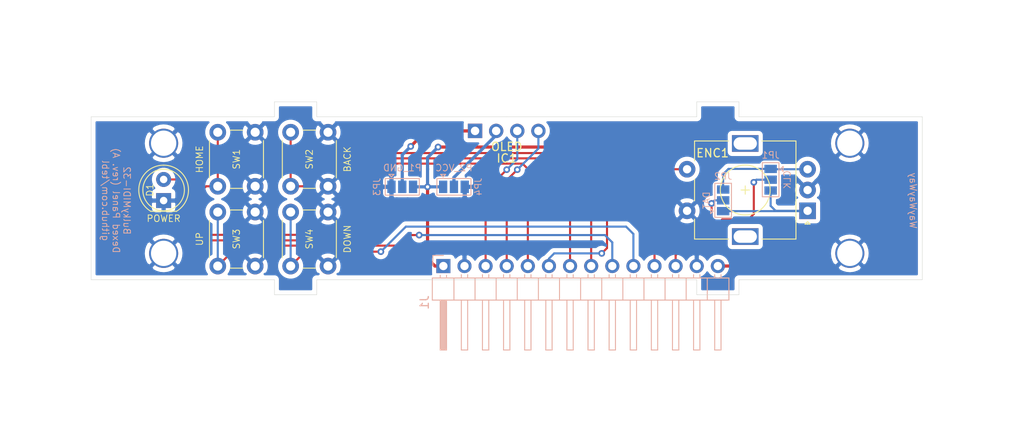
<source format=kicad_pcb>
(kicad_pcb (version 20171130) (host pcbnew "(5.1.8)-1")

  (general
    (thickness 1.6)
    (drawings 24)
    (tracks 130)
    (zones 0)
    (modules 16)
    (nets 17)
  )

  (page A4)
  (layers
    (0 F.Cu signal)
    (31 B.Cu signal)
    (32 B.Adhes user)
    (33 F.Adhes user)
    (34 B.Paste user)
    (35 F.Paste user)
    (36 B.SilkS user)
    (37 F.SilkS user)
    (38 B.Mask user)
    (39 F.Mask user)
    (40 Dwgs.User user)
    (41 Cmts.User user)
    (42 Eco1.User user)
    (43 Eco2.User user)
    (44 Edge.Cuts user)
    (45 Margin user)
    (46 B.CrtYd user)
    (47 F.CrtYd user)
    (48 B.Fab user)
    (49 F.Fab user)
  )

  (setup
    (last_trace_width 0.25)
    (trace_clearance 0.2)
    (zone_clearance 0.508)
    (zone_45_only no)
    (trace_min 0.2)
    (via_size 0.8)
    (via_drill 0.4)
    (via_min_size 0.4)
    (via_min_drill 0.3)
    (uvia_size 0.3)
    (uvia_drill 0.1)
    (uvias_allowed no)
    (uvia_min_size 0.2)
    (uvia_min_drill 0.1)
    (edge_width 0.05)
    (segment_width 0.2)
    (pcb_text_width 0.3)
    (pcb_text_size 1.5 1.5)
    (mod_edge_width 0.12)
    (mod_text_size 1 1)
    (mod_text_width 0.15)
    (pad_size 1.524 1.524)
    (pad_drill 0.762)
    (pad_to_mask_clearance 0)
    (aux_axis_origin 0 0)
    (visible_elements 7FFFFFFF)
    (pcbplotparams
      (layerselection 0x011fc_ffffffff)
      (usegerberextensions true)
      (usegerberattributes false)
      (usegerberadvancedattributes false)
      (creategerberjobfile false)
      (excludeedgelayer true)
      (linewidth 0.100000)
      (plotframeref false)
      (viasonmask false)
      (mode 1)
      (useauxorigin false)
      (hpglpennumber 1)
      (hpglpenspeed 20)
      (hpglpendiameter 15.000000)
      (psnegative false)
      (psa4output false)
      (plotreference true)
      (plotvalue true)
      (plotinvisibletext false)
      (padsonsilk false)
      (subtractmaskfromsilk false)
      (outputformat 1)
      (mirror false)
      (drillshape 0)
      (scaleselection 1)
      (outputdirectory "export/"))
  )

  (net 0 "")
  (net 1 GND)
  (net 2 VCC)
  (net 3 /B)
  (net 4 /A)
  (net 5 /SDA)
  (net 6 /SCL)
  (net 7 "Net-(IC1-Pad1)")
  (net 8 "Net-(IC1-Pad2)")
  (net 9 /UP)
  (net 10 /DOWN)
  (net 11 /PWR)
  (net 12 /ENC_SW)
  (net 13 /HOME)
  (net 14 /BACK)
  (net 15 /ENC_DAT)
  (net 16 /ENC_CLK)

  (net_class Default "This is the default net class."
    (clearance 0.2)
    (trace_width 0.25)
    (via_dia 0.8)
    (via_drill 0.4)
    (uvia_dia 0.3)
    (uvia_drill 0.1)
    (add_net /A)
    (add_net /B)
    (add_net /BACK)
    (add_net /DOWN)
    (add_net /ENC_CLK)
    (add_net /ENC_DAT)
    (add_net /ENC_SW)
    (add_net /HOME)
    (add_net /PWR)
    (add_net /SCL)
    (add_net /SDA)
    (add_net /UP)
  )

  (net_class PWR ""
    (clearance 0.2)
    (trace_width 0.381)
    (via_dia 0.8)
    (via_drill 0.4)
    (uvia_dia 0.3)
    (uvia_drill 0.1)
    (add_net GND)
    (add_net "Net-(IC1-Pad1)")
    (add_net "Net-(IC1-Pad2)")
    (add_net VCC)
  )

  (module switch_cutout:SW_PUSH_6mm (layer F.Cu) (tedit 601DD404) (tstamp 656AE1B4)
    (at 108.578 117.879 90)
    (descr https://www.omron.com/ecb/products/pdf/en-b3f.pdf)
    (tags "tact sw push 6mm")
    (path /62DCBDEC)
    (fp_text reference SW1 (at 0 -4.79 90) (layer F.SilkS) hide
      (effects (font (size 0.8 0.8) (thickness 0.1)))
    )
    (fp_text value HOME (at 0 -4.438 270) (layer F.SilkS)
      (effects (font (size 0.8 0.8) (thickness 0.1)))
    )
    (fp_line (start 0 -3) (end 3 -3) (layer F.Fab) (width 0.1))
    (fp_line (start 3 -3) (end 3 3) (layer F.Fab) (width 0.1))
    (fp_line (start 3 3) (end -3 3) (layer F.Fab) (width 0.1))
    (fp_line (start -3 3) (end -3 -3) (layer F.Fab) (width 0.1))
    (fp_line (start -3 -3) (end 0 -3) (layer F.Fab) (width 0.1))
    (fp_line (start 4.5 3.75) (end 4.75 3.75) (layer F.CrtYd) (width 0.05))
    (fp_line (start 4.75 3.75) (end 4.75 3.5) (layer F.CrtYd) (width 0.05))
    (fp_line (start 4.5 -3.75) (end 4.75 -3.75) (layer F.CrtYd) (width 0.05))
    (fp_line (start 4.75 -3.75) (end 4.75 -3.5) (layer F.CrtYd) (width 0.05))
    (fp_line (start -4.75 -3.5) (end -4.75 -3.75) (layer F.CrtYd) (width 0.05))
    (fp_line (start -4.75 -3.75) (end -4.5 -3.75) (layer F.CrtYd) (width 0.05))
    (fp_line (start -4.75 3.5) (end -4.75 3.75) (layer F.CrtYd) (width 0.05))
    (fp_line (start -4.75 3.75) (end -4.5 3.75) (layer F.CrtYd) (width 0.05))
    (fp_line (start -4.5 -3.75) (end 4.5 -3.75) (layer F.CrtYd) (width 0.05))
    (fp_line (start -4.75 3.5) (end -4.75 -3.5) (layer F.CrtYd) (width 0.05))
    (fp_line (start 4.5 3.75) (end -4.5 3.75) (layer F.CrtYd) (width 0.05))
    (fp_line (start 4.75 -3.5) (end 4.75 3.5) (layer F.CrtYd) (width 0.05))
    (fp_line (start -2.25 3.25) (end 2.25 3.25) (layer F.SilkS) (width 0.12))
    (fp_line (start -3.5 -0.75) (end -3.5 0.75) (layer F.SilkS) (width 0.12))
    (fp_line (start 2.25 -3.25) (end -2.25 -3.25) (layer F.SilkS) (width 0.12))
    (fp_line (start 3.5 0.75) (end 3.5 -0.75) (layer F.SilkS) (width 0.12))
    (fp_circle (center 0 0) (end -2 0.25) (layer F.Fab) (width 0.1))
    (fp_text user %R (at 0 0 90) (layer F.SilkS)
      (effects (font (size 0.8 0.8) (thickness 0.1)))
    )
    (pad 2 thru_hole circle (at -3.25 2.25 180) (size 2 2) (drill 1.1) (layers *.Cu *.Mask)
      (net 1 GND))
    (pad 1 thru_hole circle (at -3.25 -2.25 180) (size 2 2) (drill 1.1) (layers *.Cu *.Mask)
      (net 13 /HOME))
    (pad 2 thru_hole circle (at 3.25 2.25 180) (size 2 2) (drill 1.1) (layers *.Cu *.Mask)
      (net 1 GND))
    (pad 1 thru_hole circle (at 3.25 -2.25 180) (size 2 2) (drill 1.1) (layers *.Cu *.Mask)
      (net 13 /HOME))
    (model ${KISYS3DMOD}/Button_Switch_THT.3dshapes/SW_PUSH_6mm.wrl
      (offset (xyz -3 2.5 0))
      (scale (xyz 1 1 1))
      (rotate (xyz 0 0 0))
    )
  )

  (module switch_cutout:SW_PUSH_6mm (layer F.Cu) (tedit 601DD404) (tstamp 62C9B30B)
    (at 117.345 117.879 90)
    (descr https://www.omron.com/ecb/products/pdf/en-b3f.pdf)
    (tags "tact sw push 6mm")
    (path /62DCCF03)
    (fp_text reference SW2 (at 0 -4.79 90) (layer F.SilkS) hide
      (effects (font (size 0.8 0.8) (thickness 0.1)))
    )
    (fp_text value BACK (at 0 4.575 270) (layer F.SilkS)
      (effects (font (size 0.8 0.8) (thickness 0.1)))
    )
    (fp_circle (center 0 0) (end -2 0.25) (layer F.Fab) (width 0.1))
    (fp_line (start 3.5 0.75) (end 3.5 -0.75) (layer F.SilkS) (width 0.12))
    (fp_line (start 2.25 -3.25) (end -2.25 -3.25) (layer F.SilkS) (width 0.12))
    (fp_line (start -3.5 -0.75) (end -3.5 0.75) (layer F.SilkS) (width 0.12))
    (fp_line (start -2.25 3.25) (end 2.25 3.25) (layer F.SilkS) (width 0.12))
    (fp_line (start 4.75 -3.5) (end 4.75 3.5) (layer F.CrtYd) (width 0.05))
    (fp_line (start 4.5 3.75) (end -4.5 3.75) (layer F.CrtYd) (width 0.05))
    (fp_line (start -4.75 3.5) (end -4.75 -3.5) (layer F.CrtYd) (width 0.05))
    (fp_line (start -4.5 -3.75) (end 4.5 -3.75) (layer F.CrtYd) (width 0.05))
    (fp_line (start -4.75 3.75) (end -4.5 3.75) (layer F.CrtYd) (width 0.05))
    (fp_line (start -4.75 3.5) (end -4.75 3.75) (layer F.CrtYd) (width 0.05))
    (fp_line (start -4.75 -3.75) (end -4.5 -3.75) (layer F.CrtYd) (width 0.05))
    (fp_line (start -4.75 -3.5) (end -4.75 -3.75) (layer F.CrtYd) (width 0.05))
    (fp_line (start 4.75 -3.75) (end 4.75 -3.5) (layer F.CrtYd) (width 0.05))
    (fp_line (start 4.5 -3.75) (end 4.75 -3.75) (layer F.CrtYd) (width 0.05))
    (fp_line (start 4.75 3.75) (end 4.75 3.5) (layer F.CrtYd) (width 0.05))
    (fp_line (start 4.5 3.75) (end 4.75 3.75) (layer F.CrtYd) (width 0.05))
    (fp_line (start -3 -3) (end 0 -3) (layer F.Fab) (width 0.1))
    (fp_line (start -3 3) (end -3 -3) (layer F.Fab) (width 0.1))
    (fp_line (start 3 3) (end -3 3) (layer F.Fab) (width 0.1))
    (fp_line (start 3 -3) (end 3 3) (layer F.Fab) (width 0.1))
    (fp_line (start 0 -3) (end 3 -3) (layer F.Fab) (width 0.1))
    (fp_text user %R (at 0 0 90) (layer F.SilkS)
      (effects (font (size 0.8 0.8) (thickness 0.1)))
    )
    (pad 1 thru_hole circle (at 3.25 -2.25 180) (size 2 2) (drill 1.1) (layers *.Cu *.Mask)
      (net 14 /BACK))
    (pad 2 thru_hole circle (at 3.25 2.25 180) (size 2 2) (drill 1.1) (layers *.Cu *.Mask)
      (net 1 GND))
    (pad 1 thru_hole circle (at -3.25 -2.25 180) (size 2 2) (drill 1.1) (layers *.Cu *.Mask)
      (net 14 /BACK))
    (pad 2 thru_hole circle (at -3.25 2.25 180) (size 2 2) (drill 1.1) (layers *.Cu *.Mask)
      (net 1 GND))
    (model ${KISYS3DMOD}/Button_Switch_THT.3dshapes/SW_PUSH_6mm.wrl
      (offset (xyz -3 3 0))
      (scale (xyz 1 1 1))
      (rotate (xyz 0 0 0))
    )
  )

  (module mounting:M3_pin (layer F.Cu) (tedit 5F76331A) (tstamp 6282A424)
    (at 99.815 129.199)
    (descr "module 1 pin (ou trou mecanique de percage)")
    (tags DEV)
    (path /6282631C)
    (fp_text reference M1 (at 3.048 0) (layer F.Fab) hide
      (effects (font (size 1 1) (thickness 0.15)))
    )
    (fp_text value Mounting_Pin (at 0 3) (layer F.Fab) hide
      (effects (font (size 1 1) (thickness 0.15)))
    )
    (fp_circle (center 0 0) (end 2.6 0) (layer F.CrtYd) (width 0.05))
    (fp_circle (center 0 0) (end 2 0.8) (layer F.Fab) (width 0.1))
    (pad 1 thru_hole circle (at 0 0) (size 3.5 3.5) (drill 3.048) (layers *.Cu *.Mask)
      (net 1 GND) (solder_mask_margin 0.8))
  )

  (module mounting:M3_pin (layer F.Cu) (tedit 5F76331A) (tstamp 6282A42B)
    (at 182.365 129.199)
    (descr "module 1 pin (ou trou mecanique de percage)")
    (tags DEV)
    (path /62826824)
    (fp_text reference M2 (at 0 -3.048) (layer F.Fab) hide
      (effects (font (size 1 1) (thickness 0.15)))
    )
    (fp_text value Mounting_Pin (at 0 3) (layer F.Fab) hide
      (effects (font (size 1 1) (thickness 0.15)))
    )
    (fp_circle (center 0 0) (end 2 0.8) (layer F.Fab) (width 0.1))
    (fp_circle (center 0 0) (end 2.6 0) (layer F.CrtYd) (width 0.05))
    (pad 1 thru_hole circle (at 0 0) (size 3.5 3.5) (drill 3.048) (layers *.Cu *.Mask)
      (net 1 GND) (solder_mask_margin 0.8))
  )

  (module mounting:M3_pin (layer F.Cu) (tedit 5F76331A) (tstamp 6282A432)
    (at 182.365 115.949)
    (descr "module 1 pin (ou trou mecanique de percage)")
    (tags DEV)
    (path /62826D8F)
    (fp_text reference M3 (at 0 -3.048) (layer F.Fab) hide
      (effects (font (size 1 1) (thickness 0.15)))
    )
    (fp_text value Mounting_Pin (at 0 3) (layer F.Fab) hide
      (effects (font (size 1 1) (thickness 0.15)))
    )
    (fp_circle (center 0 0) (end 2.6 0) (layer F.CrtYd) (width 0.05))
    (fp_circle (center 0 0) (end 2 0.8) (layer F.Fab) (width 0.1))
    (pad 1 thru_hole circle (at 0 0) (size 3.5 3.5) (drill 3.048) (layers *.Cu *.Mask)
      (net 1 GND) (solder_mask_margin 0.8))
  )

  (module mounting:M3_pin (layer F.Cu) (tedit 5F76331A) (tstamp 6282A439)
    (at 99.815 115.949)
    (descr "module 1 pin (ou trou mecanique de percage)")
    (tags DEV)
    (path /62827110)
    (fp_text reference M4 (at 0 -3.048) (layer F.Fab) hide
      (effects (font (size 1 1) (thickness 0.15)))
    )
    (fp_text value Mounting_Pin (at 0 3) (layer F.Fab) hide
      (effects (font (size 1 1) (thickness 0.15)))
    )
    (fp_circle (center 0 0) (end 2 0.8) (layer F.Fab) (width 0.1))
    (fp_circle (center 0 0) (end 2.6 0) (layer F.CrtYd) (width 0.05))
    (pad 1 thru_hole circle (at 0 0) (size 3.5 3.5) (drill 3.048) (layers *.Cu *.Mask)
      (net 1 GND) (solder_mask_margin 0.8))
  )

  (module Rotary_Encoder:RotaryEncoder_Alps_EC11E-Switch_Vertical_H20mm (layer F.Cu) (tedit 5A74C8CB) (tstamp 628EBC33)
    (at 177.285 124.079 180)
    (descr "Alps rotary encoder, EC12E... with switch, vertical shaft, http://www.alps.com/prod/info/E/HTML/Encoder/Incremental/EC11/EC11E15204A3.html")
    (tags "rotary encoder")
    (path /620DA106)
    (fp_text reference ENC1 (at 11.43 6.945) (layer F.SilkS)
      (effects (font (size 1 1) (thickness 0.15)))
    )
    (fp_text value Rotary_Encoder_Switch (at 7.5 10.4) (layer F.Fab)
      (effects (font (size 1 1) (thickness 0.15)))
    )
    (fp_circle (center 7.5 2.5) (end 10.5 2.5) (layer F.Fab) (width 0.12))
    (fp_circle (center 7.5 2.5) (end 10.5 2.5) (layer F.SilkS) (width 0.12))
    (fp_line (start 16 9.6) (end -1.5 9.6) (layer F.CrtYd) (width 0.05))
    (fp_line (start 16 9.6) (end 16 -4.6) (layer F.CrtYd) (width 0.05))
    (fp_line (start -1.5 -4.6) (end -1.5 9.6) (layer F.CrtYd) (width 0.05))
    (fp_line (start -1.5 -4.6) (end 16 -4.6) (layer F.CrtYd) (width 0.05))
    (fp_line (start 2.5 -3.3) (end 13.5 -3.3) (layer F.Fab) (width 0.12))
    (fp_line (start 13.5 -3.3) (end 13.5 8.3) (layer F.Fab) (width 0.12))
    (fp_line (start 13.5 8.3) (end 1.5 8.3) (layer F.Fab) (width 0.12))
    (fp_line (start 1.5 8.3) (end 1.5 -2.2) (layer F.Fab) (width 0.12))
    (fp_line (start 1.5 -2.2) (end 2.5 -3.3) (layer F.Fab) (width 0.12))
    (fp_line (start 9.5 -3.4) (end 13.6 -3.4) (layer F.SilkS) (width 0.12))
    (fp_line (start 13.6 8.4) (end 9.5 8.4) (layer F.SilkS) (width 0.12))
    (fp_line (start 5.5 8.4) (end 1.4 8.4) (layer F.SilkS) (width 0.12))
    (fp_line (start 5.5 -3.4) (end 1.4 -3.4) (layer F.SilkS) (width 0.12))
    (fp_line (start 1.4 -3.4) (end 1.4 8.4) (layer F.SilkS) (width 0.12))
    (fp_line (start 0 -1.3) (end -0.3 -1.6) (layer F.SilkS) (width 0.12))
    (fp_line (start -0.3 -1.6) (end 0.3 -1.6) (layer F.SilkS) (width 0.12))
    (fp_line (start 0.3 -1.6) (end 0 -1.3) (layer F.SilkS) (width 0.12))
    (fp_line (start 7.5 -0.5) (end 7.5 5.5) (layer F.Fab) (width 0.12))
    (fp_line (start 4.5 2.5) (end 10.5 2.5) (layer F.Fab) (width 0.12))
    (fp_line (start 13.6 -3.4) (end 13.6 -1) (layer F.SilkS) (width 0.12))
    (fp_line (start 13.6 1.2) (end 13.6 3.8) (layer F.SilkS) (width 0.12))
    (fp_line (start 13.6 6) (end 13.6 8.4) (layer F.SilkS) (width 0.12))
    (fp_line (start 7.5 2) (end 7.5 3) (layer F.SilkS) (width 0.12))
    (fp_line (start 7 2.5) (end 8 2.5) (layer F.SilkS) (width 0.12))
    (fp_text user %R (at 11.43 6.945) (layer F.Fab)
      (effects (font (size 1 1) (thickness 0.15)))
    )
    (pad S1 thru_hole circle (at 14.5 5 180) (size 2 2) (drill 1) (layers *.Cu *.Mask)
      (net 12 /ENC_SW))
    (pad S2 thru_hole circle (at 14.5 0 180) (size 2 2) (drill 1) (layers *.Cu *.Mask)
      (net 1 GND))
    (pad MP thru_hole rect (at 7.5 8.1 180) (size 3.2 2) (drill oval 2.8 1.5) (layers *.Cu *.Mask))
    (pad MP thru_hole rect (at 7.5 -3.1 180) (size 3.2 2) (drill oval 2.8 1.5) (layers *.Cu *.Mask))
    (pad B thru_hole circle (at 0 5 180) (size 2 2) (drill 1) (layers *.Cu *.Mask)
      (net 3 /B))
    (pad C thru_hole circle (at 0 2.5 180) (size 2 2) (drill 1) (layers *.Cu *.Mask)
      (net 1 GND))
    (pad A thru_hole rect (at 0 0 180) (size 2 2) (drill 1) (layers *.Cu *.Mask)
      (net 4 /A))
    (model ${KISYS3DMOD}/Rotary_Encoder.3dshapes/RotaryEncoder_Alps_EC11E-Switch_Vertical_H20mm.wrl
      (at (xyz 0 0 0))
      (scale (xyz 1 1 1))
      (rotate (xyz 0 0 0))
    )
  )

  (module Jumper:SolderJumper-3_P1.3mm_Open_Pad1.0x1.5mm (layer B.Cu) (tedit 5A3F8BB2) (tstamp 628EBC45)
    (at 172.84 120.339 270)
    (descr "SMD Solder 3-pad Jumper, 1x1.5mm Pads, 0.3mm gap, open")
    (tags "solder jumper open")
    (path /620E742C)
    (attr virtual)
    (fp_text reference JP1 (at -2.951 0 180) (layer B.SilkS)
      (effects (font (size 0.8 0.8) (thickness 0.1)) (justify mirror))
    )
    (fp_text value CLK (at 0 -2 90) (layer B.SilkS)
      (effects (font (size 0.8 0.8) (thickness 0.1)) (justify mirror))
    )
    (fp_line (start 2.3 -1.25) (end -2.3 -1.25) (layer B.CrtYd) (width 0.05))
    (fp_line (start 2.3 -1.25) (end 2.3 1.25) (layer B.CrtYd) (width 0.05))
    (fp_line (start -2.3 1.25) (end -2.3 -1.25) (layer B.CrtYd) (width 0.05))
    (fp_line (start -2.3 1.25) (end 2.3 1.25) (layer B.CrtYd) (width 0.05))
    (fp_line (start -2.05 1) (end 2.05 1) (layer B.SilkS) (width 0.12))
    (fp_line (start 2.05 1) (end 2.05 -1) (layer B.SilkS) (width 0.12))
    (fp_line (start 2.05 -1) (end -2.05 -1) (layer B.SilkS) (width 0.12))
    (fp_line (start -2.05 -1) (end -2.05 1) (layer B.SilkS) (width 0.12))
    (fp_line (start -1.3 -1.2) (end -1.6 -1.5) (layer B.SilkS) (width 0.12))
    (fp_line (start -1.6 -1.5) (end -1 -1.5) (layer B.SilkS) (width 0.12))
    (fp_line (start -1.3 -1.2) (end -1 -1.5) (layer B.SilkS) (width 0.12))
    (pad 3 smd rect (at 1.3 0 270) (size 1 1.5) (layers B.Cu B.Mask)
      (net 4 /A))
    (pad 2 smd rect (at 0 0 270) (size 1 1.5) (layers B.Cu B.Mask)
      (net 16 /ENC_CLK))
    (pad 1 smd rect (at -1.3 0 270) (size 1 1.5) (layers B.Cu B.Mask)
      (net 3 /B))
  )

  (module Jumper:SolderJumper-3_P1.3mm_Open_Pad1.0x1.5mm (layer B.Cu) (tedit 5A3F8BB2) (tstamp 628EBC57)
    (at 167.125 122.819 90)
    (descr "SMD Solder 3-pad Jumper, 1x1.5mm Pads, 0.3mm gap, open")
    (tags "solder jumper open")
    (path /6210F04F)
    (attr virtual)
    (fp_text reference JP2 (at 2.891 0 180) (layer B.SilkS)
      (effects (font (size 0.8 0.8) (thickness 0.1)) (justify mirror))
    )
    (fp_text value DAT (at 0 -2 90) (layer B.SilkS)
      (effects (font (size 0.8 0.8) (thickness 0.1)) (justify mirror))
    )
    (fp_line (start -1.3 -1.2) (end -1 -1.5) (layer B.SilkS) (width 0.12))
    (fp_line (start -1.6 -1.5) (end -1 -1.5) (layer B.SilkS) (width 0.12))
    (fp_line (start -1.3 -1.2) (end -1.6 -1.5) (layer B.SilkS) (width 0.12))
    (fp_line (start -2.05 -1) (end -2.05 1) (layer B.SilkS) (width 0.12))
    (fp_line (start 2.05 -1) (end -2.05 -1) (layer B.SilkS) (width 0.12))
    (fp_line (start 2.05 1) (end 2.05 -1) (layer B.SilkS) (width 0.12))
    (fp_line (start -2.05 1) (end 2.05 1) (layer B.SilkS) (width 0.12))
    (fp_line (start -2.3 1.25) (end 2.3 1.25) (layer B.CrtYd) (width 0.05))
    (fp_line (start -2.3 1.25) (end -2.3 -1.25) (layer B.CrtYd) (width 0.05))
    (fp_line (start 2.3 -1.25) (end 2.3 1.25) (layer B.CrtYd) (width 0.05))
    (fp_line (start 2.3 -1.25) (end -2.3 -1.25) (layer B.CrtYd) (width 0.05))
    (pad 1 smd rect (at -1.3 0 90) (size 1 1.5) (layers B.Cu B.Mask)
      (net 4 /A))
    (pad 2 smd rect (at 0 0 90) (size 1 1.5) (layers B.Cu B.Mask)
      (net 15 /ENC_DAT))
    (pad 3 smd rect (at 1.3 0 90) (size 1 1.5) (layers B.Cu B.Mask)
      (net 3 /B))
  )

  (module i2c_oled:1.3_I2C_OLED_No_mounting (layer F.Cu) (tedit 61EDD3CF) (tstamp 62C8CE0D)
    (at 141.09 114.467)
    (descr "Through hole straight pin header, 1x04, 2.54mm pitch, single row")
    (tags "Through hole pin header THT 1x04 2.54mm single row")
    (path /62944F41)
    (fp_text reference IC1 (at 0 3.302) (layer F.SilkS)
      (effects (font (size 1 1) (thickness 0.15)))
    )
    (fp_text value OLED (at 0 1.905) (layer F.SilkS)
      (effects (font (size 1 1) (thickness 0.15)))
    )
    (fp_line (start -16.51 3.175) (end -16.51 25.95) (layer Dwgs.User) (width 0.15))
    (fp_line (start 16.51 3.175) (end -16.51 3.175) (layer Dwgs.User) (width 0.15))
    (fp_line (start 16.51 25.95) (end 16.51 3.175) (layer Dwgs.User) (width 0.15))
    (fp_line (start -16.51 25.95) (end 16.51 25.95) (layer Dwgs.User) (width 0.15))
    (fp_line (start -17.5 -1.3) (end 17.5 -1.3) (layer F.Fab) (width 0.15))
    (fp_line (start -17.5 -1.3) (end -17.5 31.7) (layer F.Fab) (width 0.15))
    (fp_line (start -17.5 31.7) (end 17.5 31.7) (layer F.Fab) (width 0.15))
    (fp_line (start 17.5 31.7) (end 17.5 -1.3) (layer F.Fab) (width 0.15))
    (fp_line (start -7 25.95) (end -7 31.35) (layer Dwgs.User) (width 0.15))
    (fp_line (start 7 25.95) (end 7 31.35) (layer Dwgs.User) (width 0.15))
    (fp_text user %R (at 0 3.302 180) (layer F.Fab)
      (effects (font (size 1 1) (thickness 0.15)))
    )
    (pad 4 thru_hole circle (at 3.81 0) (size 1.7272 1.7272) (drill 1.016) (layers *.Cu *.Mask)
      (net 5 /SDA))
    (pad 3 thru_hole circle (at 1.27 0) (size 1.7272 1.7272) (drill 1.016) (layers *.Cu *.Mask)
      (net 6 /SCL))
    (pad 2 thru_hole circle (at -1.27 0) (size 1.7272 1.7272) (drill 1.016) (layers *.Cu *.Mask)
      (net 8 "Net-(IC1-Pad2)"))
    (pad 1 thru_hole rect (at -3.81 0) (size 1.7272 1.7272) (drill 1.016) (layers *.Cu *.Mask)
      (net 7 "Net-(IC1-Pad1)"))
  )

  (module LED_THT:LED_D5.0mm (layer F.Cu) (tedit 5995936A) (tstamp 62C8DB37)
    (at 99.815 122.849 90)
    (descr "LED, diameter 5.0mm, 2 pins, http://cdn-reichelt.de/documents/datenblatt/A500/LL-504BC2E-009.pdf")
    (tags "LED diameter 5.0mm 2 pins")
    (path /62E71D8E)
    (fp_text reference D1 (at 1.27 -1.651 90) (layer F.SilkS)
      (effects (font (size 0.8 0.8) (thickness 0.1)))
    )
    (fp_text value POWER (at -2.159 0 180) (layer F.SilkS)
      (effects (font (size 0.8 0.8) (thickness 0.1)))
    )
    (fp_line (start 4.5 -3.25) (end -1.95 -3.25) (layer F.CrtYd) (width 0.05))
    (fp_line (start 4.5 3.25) (end 4.5 -3.25) (layer F.CrtYd) (width 0.05))
    (fp_line (start -1.95 3.25) (end 4.5 3.25) (layer F.CrtYd) (width 0.05))
    (fp_line (start -1.95 -3.25) (end -1.95 3.25) (layer F.CrtYd) (width 0.05))
    (fp_line (start -1.29 -1.545) (end -1.29 1.545) (layer F.SilkS) (width 0.12))
    (fp_line (start -1.23 -1.469694) (end -1.23 1.469694) (layer F.Fab) (width 0.1))
    (fp_circle (center 1.27 0) (end 3.77 0) (layer F.SilkS) (width 0.12))
    (fp_circle (center 1.27 0) (end 3.77 0) (layer F.Fab) (width 0.1))
    (fp_arc (start 1.27 0) (end -1.23 -1.469694) (angle 299.1) (layer F.Fab) (width 0.1))
    (fp_arc (start 1.27 0) (end -1.29 -1.54483) (angle 148.9) (layer F.SilkS) (width 0.12))
    (fp_arc (start 1.27 0) (end -1.29 1.54483) (angle -148.9) (layer F.SilkS) (width 0.12))
    (fp_text user %R (at 1.25 0 90) (layer F.Fab)
      (effects (font (size 0.8 0.8) (thickness 0.2)))
    )
    (pad 1 thru_hole rect (at 0 0 90) (size 1.8 1.8) (drill 0.9) (layers *.Cu *.Mask)
      (net 1 GND))
    (pad 2 thru_hole circle (at 2.54 0 90) (size 1.8 1.8) (drill 0.9) (layers *.Cu *.Mask)
      (net 11 /PWR))
    (model ${KISYS3DMOD}/LED_THT.3dshapes/LED_D5.0mm.wrl
      (at (xyz 0 0 0))
      (scale (xyz 1 1 1))
      (rotate (xyz 0 0 0))
    )
  )

  (module Jumper:SolderJumper-3_P1.3mm_Open_Pad1.0x1.5mm (layer B.Cu) (tedit 5A3F8BB2) (tstamp 62C8E445)
    (at 128.524 121.198)
    (descr "SMD Solder 3-pad Jumper, 1x1.5mm Pads, 0.3mm gap, open")
    (tags "solder jumper open")
    (path /5F14C67F)
    (attr virtual)
    (fp_text reference JP3 (at -3.048 0 -90) (layer B.SilkS)
      (effects (font (size 0.8 0.8) (thickness 0.1)) (justify mirror))
    )
    (fp_text value P1_GND (at 0 -2.286) (layer B.SilkS)
      (effects (font (size 0.8 0.8) (thickness 0.1)) (justify mirror))
    )
    (fp_line (start 2.3 -1.25) (end -2.3 -1.25) (layer B.CrtYd) (width 0.05))
    (fp_line (start 2.3 -1.25) (end 2.3 1.25) (layer B.CrtYd) (width 0.05))
    (fp_line (start -2.3 1.25) (end -2.3 -1.25) (layer B.CrtYd) (width 0.05))
    (fp_line (start -2.3 1.25) (end 2.3 1.25) (layer B.CrtYd) (width 0.05))
    (fp_line (start -2.05 1) (end 2.05 1) (layer B.SilkS) (width 0.12))
    (fp_line (start 2.05 1) (end 2.05 -1) (layer B.SilkS) (width 0.12))
    (fp_line (start 2.05 -1) (end -2.05 -1) (layer B.SilkS) (width 0.12))
    (fp_line (start -2.05 -1) (end -2.05 1) (layer B.SilkS) (width 0.12))
    (fp_line (start -1.3 -1.2) (end -1.6 -1.5) (layer B.SilkS) (width 0.12))
    (fp_line (start -1.6 -1.5) (end -1 -1.5) (layer B.SilkS) (width 0.12))
    (fp_line (start -1.3 -1.2) (end -1 -1.5) (layer B.SilkS) (width 0.12))
    (pad 3 smd rect (at 1.3 0) (size 1 1.5) (layers B.Cu B.Mask)
      (net 2 VCC))
    (pad 2 smd rect (at 0 0) (size 1 1.5) (layers B.Cu B.Mask)
      (net 7 "Net-(IC1-Pad1)"))
    (pad 1 smd rect (at -1.3 0) (size 1 1.5) (layers B.Cu B.Mask)
      (net 1 GND))
  )

  (module Jumper:SolderJumper-3_P1.3mm_Open_Pad1.0x1.5mm (layer B.Cu) (tedit 5A3F8BB2) (tstamp 62C8E49B)
    (at 134.74 121.198)
    (descr "SMD Solder 3-pad Jumper, 1x1.5mm Pads, 0.3mm gap, open")
    (tags "solder jumper open")
    (path /5F12F8C1)
    (attr virtual)
    (fp_text reference JP4 (at 2.928 0 -90) (layer B.SilkS)
      (effects (font (size 0.8 0.8) (thickness 0.1)) (justify mirror))
    )
    (fp_text value P2_VCC (at 0 -2.286) (layer B.SilkS)
      (effects (font (size 0.8 0.8) (thickness 0.1)) (justify mirror))
    )
    (fp_line (start -1.3 -1.2) (end -1 -1.5) (layer B.SilkS) (width 0.12))
    (fp_line (start -1.6 -1.5) (end -1 -1.5) (layer B.SilkS) (width 0.12))
    (fp_line (start -1.3 -1.2) (end -1.6 -1.5) (layer B.SilkS) (width 0.12))
    (fp_line (start -2.05 -1) (end -2.05 1) (layer B.SilkS) (width 0.12))
    (fp_line (start 2.05 -1) (end -2.05 -1) (layer B.SilkS) (width 0.12))
    (fp_line (start 2.05 1) (end 2.05 -1) (layer B.SilkS) (width 0.12))
    (fp_line (start -2.05 1) (end 2.05 1) (layer B.SilkS) (width 0.12))
    (fp_line (start -2.3 1.25) (end 2.3 1.25) (layer B.CrtYd) (width 0.05))
    (fp_line (start -2.3 1.25) (end -2.3 -1.25) (layer B.CrtYd) (width 0.05))
    (fp_line (start 2.3 -1.25) (end 2.3 1.25) (layer B.CrtYd) (width 0.05))
    (fp_line (start 2.3 -1.25) (end -2.3 -1.25) (layer B.CrtYd) (width 0.05))
    (pad 1 smd rect (at -1.3 0) (size 1 1.5) (layers B.Cu B.Mask)
      (net 2 VCC))
    (pad 2 smd rect (at 0 0) (size 1 1.5) (layers B.Cu B.Mask)
      (net 8 "Net-(IC1-Pad2)"))
    (pad 3 smd rect (at 1.3 0) (size 1 1.5) (layers B.Cu B.Mask)
      (net 1 GND))
  )

  (module Connector_PinHeader_2.54mm:PinHeader_1x14_P2.54mm_Horizontal locked (layer B.Cu) (tedit 59FED5CB) (tstamp 656ADE89)
    (at 133.47 130.723 270)
    (descr "Through hole angled pin header, 1x14, 2.54mm pitch, 6mm pin length, single row")
    (tags "Through hole angled pin header THT 1x14 2.54mm single row")
    (path /62825997)
    (fp_text reference J1 (at 4.385 2.27 90) (layer B.SilkS)
      (effects (font (size 1 1) (thickness 0.15)) (justify mirror))
    )
    (fp_text value "Dexed Panel" (at 4.385 -35.29 90) (layer B.Fab)
      (effects (font (size 1 1) (thickness 0.15)) (justify mirror))
    )
    (fp_line (start 2.135 1.27) (end 4.04 1.27) (layer B.Fab) (width 0.1))
    (fp_line (start 4.04 1.27) (end 4.04 -34.29) (layer B.Fab) (width 0.1))
    (fp_line (start 4.04 -34.29) (end 1.5 -34.29) (layer B.Fab) (width 0.1))
    (fp_line (start 1.5 -34.29) (end 1.5 0.635) (layer B.Fab) (width 0.1))
    (fp_line (start 1.5 0.635) (end 2.135 1.27) (layer B.Fab) (width 0.1))
    (fp_line (start -0.32 0.32) (end 1.5 0.32) (layer B.Fab) (width 0.1))
    (fp_line (start -0.32 0.32) (end -0.32 -0.32) (layer B.Fab) (width 0.1))
    (fp_line (start -0.32 -0.32) (end 1.5 -0.32) (layer B.Fab) (width 0.1))
    (fp_line (start 4.04 0.32) (end 10.04 0.32) (layer B.Fab) (width 0.1))
    (fp_line (start 10.04 0.32) (end 10.04 -0.32) (layer B.Fab) (width 0.1))
    (fp_line (start 4.04 -0.32) (end 10.04 -0.32) (layer B.Fab) (width 0.1))
    (fp_line (start -0.32 -2.22) (end 1.5 -2.22) (layer B.Fab) (width 0.1))
    (fp_line (start -0.32 -2.22) (end -0.32 -2.86) (layer B.Fab) (width 0.1))
    (fp_line (start -0.32 -2.86) (end 1.5 -2.86) (layer B.Fab) (width 0.1))
    (fp_line (start 4.04 -2.22) (end 10.04 -2.22) (layer B.Fab) (width 0.1))
    (fp_line (start 10.04 -2.22) (end 10.04 -2.86) (layer B.Fab) (width 0.1))
    (fp_line (start 4.04 -2.86) (end 10.04 -2.86) (layer B.Fab) (width 0.1))
    (fp_line (start -0.32 -4.76) (end 1.5 -4.76) (layer B.Fab) (width 0.1))
    (fp_line (start -0.32 -4.76) (end -0.32 -5.4) (layer B.Fab) (width 0.1))
    (fp_line (start -0.32 -5.4) (end 1.5 -5.4) (layer B.Fab) (width 0.1))
    (fp_line (start 4.04 -4.76) (end 10.04 -4.76) (layer B.Fab) (width 0.1))
    (fp_line (start 10.04 -4.76) (end 10.04 -5.4) (layer B.Fab) (width 0.1))
    (fp_line (start 4.04 -5.4) (end 10.04 -5.4) (layer B.Fab) (width 0.1))
    (fp_line (start -0.32 -7.3) (end 1.5 -7.3) (layer B.Fab) (width 0.1))
    (fp_line (start -0.32 -7.3) (end -0.32 -7.94) (layer B.Fab) (width 0.1))
    (fp_line (start -0.32 -7.94) (end 1.5 -7.94) (layer B.Fab) (width 0.1))
    (fp_line (start 4.04 -7.3) (end 10.04 -7.3) (layer B.Fab) (width 0.1))
    (fp_line (start 10.04 -7.3) (end 10.04 -7.94) (layer B.Fab) (width 0.1))
    (fp_line (start 4.04 -7.94) (end 10.04 -7.94) (layer B.Fab) (width 0.1))
    (fp_line (start -0.32 -9.84) (end 1.5 -9.84) (layer B.Fab) (width 0.1))
    (fp_line (start -0.32 -9.84) (end -0.32 -10.48) (layer B.Fab) (width 0.1))
    (fp_line (start -0.32 -10.48) (end 1.5 -10.48) (layer B.Fab) (width 0.1))
    (fp_line (start 4.04 -9.84) (end 10.04 -9.84) (layer B.Fab) (width 0.1))
    (fp_line (start 10.04 -9.84) (end 10.04 -10.48) (layer B.Fab) (width 0.1))
    (fp_line (start 4.04 -10.48) (end 10.04 -10.48) (layer B.Fab) (width 0.1))
    (fp_line (start -0.32 -12.38) (end 1.5 -12.38) (layer B.Fab) (width 0.1))
    (fp_line (start -0.32 -12.38) (end -0.32 -13.02) (layer B.Fab) (width 0.1))
    (fp_line (start -0.32 -13.02) (end 1.5 -13.02) (layer B.Fab) (width 0.1))
    (fp_line (start 4.04 -12.38) (end 10.04 -12.38) (layer B.Fab) (width 0.1))
    (fp_line (start 10.04 -12.38) (end 10.04 -13.02) (layer B.Fab) (width 0.1))
    (fp_line (start 4.04 -13.02) (end 10.04 -13.02) (layer B.Fab) (width 0.1))
    (fp_line (start -0.32 -14.92) (end 1.5 -14.92) (layer B.Fab) (width 0.1))
    (fp_line (start -0.32 -14.92) (end -0.32 -15.56) (layer B.Fab) (width 0.1))
    (fp_line (start -0.32 -15.56) (end 1.5 -15.56) (layer B.Fab) (width 0.1))
    (fp_line (start 4.04 -14.92) (end 10.04 -14.92) (layer B.Fab) (width 0.1))
    (fp_line (start 10.04 -14.92) (end 10.04 -15.56) (layer B.Fab) (width 0.1))
    (fp_line (start 4.04 -15.56) (end 10.04 -15.56) (layer B.Fab) (width 0.1))
    (fp_line (start -0.32 -17.46) (end 1.5 -17.46) (layer B.Fab) (width 0.1))
    (fp_line (start -0.32 -17.46) (end -0.32 -18.1) (layer B.Fab) (width 0.1))
    (fp_line (start -0.32 -18.1) (end 1.5 -18.1) (layer B.Fab) (width 0.1))
    (fp_line (start 4.04 -17.46) (end 10.04 -17.46) (layer B.Fab) (width 0.1))
    (fp_line (start 10.04 -17.46) (end 10.04 -18.1) (layer B.Fab) (width 0.1))
    (fp_line (start 4.04 -18.1) (end 10.04 -18.1) (layer B.Fab) (width 0.1))
    (fp_line (start -0.32 -20) (end 1.5 -20) (layer B.Fab) (width 0.1))
    (fp_line (start -0.32 -20) (end -0.32 -20.64) (layer B.Fab) (width 0.1))
    (fp_line (start -0.32 -20.64) (end 1.5 -20.64) (layer B.Fab) (width 0.1))
    (fp_line (start 4.04 -20) (end 10.04 -20) (layer B.Fab) (width 0.1))
    (fp_line (start 10.04 -20) (end 10.04 -20.64) (layer B.Fab) (width 0.1))
    (fp_line (start 4.04 -20.64) (end 10.04 -20.64) (layer B.Fab) (width 0.1))
    (fp_line (start -0.32 -22.54) (end 1.5 -22.54) (layer B.Fab) (width 0.1))
    (fp_line (start -0.32 -22.54) (end -0.32 -23.18) (layer B.Fab) (width 0.1))
    (fp_line (start -0.32 -23.18) (end 1.5 -23.18) (layer B.Fab) (width 0.1))
    (fp_line (start 4.04 -22.54) (end 10.04 -22.54) (layer B.Fab) (width 0.1))
    (fp_line (start 10.04 -22.54) (end 10.04 -23.18) (layer B.Fab) (width 0.1))
    (fp_line (start 4.04 -23.18) (end 10.04 -23.18) (layer B.Fab) (width 0.1))
    (fp_line (start -0.32 -25.08) (end 1.5 -25.08) (layer B.Fab) (width 0.1))
    (fp_line (start -0.32 -25.08) (end -0.32 -25.72) (layer B.Fab) (width 0.1))
    (fp_line (start -0.32 -25.72) (end 1.5 -25.72) (layer B.Fab) (width 0.1))
    (fp_line (start 4.04 -25.08) (end 10.04 -25.08) (layer B.Fab) (width 0.1))
    (fp_line (start 10.04 -25.08) (end 10.04 -25.72) (layer B.Fab) (width 0.1))
    (fp_line (start 4.04 -25.72) (end 10.04 -25.72) (layer B.Fab) (width 0.1))
    (fp_line (start -0.32 -27.62) (end 1.5 -27.62) (layer B.Fab) (width 0.1))
    (fp_line (start -0.32 -27.62) (end -0.32 -28.26) (layer B.Fab) (width 0.1))
    (fp_line (start -0.32 -28.26) (end 1.5 -28.26) (layer B.Fab) (width 0.1))
    (fp_line (start 4.04 -27.62) (end 10.04 -27.62) (layer B.Fab) (width 0.1))
    (fp_line (start 10.04 -27.62) (end 10.04 -28.26) (layer B.Fab) (width 0.1))
    (fp_line (start 4.04 -28.26) (end 10.04 -28.26) (layer B.Fab) (width 0.1))
    (fp_line (start -0.32 -30.16) (end 1.5 -30.16) (layer B.Fab) (width 0.1))
    (fp_line (start -0.32 -30.16) (end -0.32 -30.8) (layer B.Fab) (width 0.1))
    (fp_line (start -0.32 -30.8) (end 1.5 -30.8) (layer B.Fab) (width 0.1))
    (fp_line (start 4.04 -30.16) (end 10.04 -30.16) (layer B.Fab) (width 0.1))
    (fp_line (start 10.04 -30.16) (end 10.04 -30.8) (layer B.Fab) (width 0.1))
    (fp_line (start 4.04 -30.8) (end 10.04 -30.8) (layer B.Fab) (width 0.1))
    (fp_line (start -0.32 -32.7) (end 1.5 -32.7) (layer B.Fab) (width 0.1))
    (fp_line (start -0.32 -32.7) (end -0.32 -33.34) (layer B.Fab) (width 0.1))
    (fp_line (start -0.32 -33.34) (end 1.5 -33.34) (layer B.Fab) (width 0.1))
    (fp_line (start 4.04 -32.7) (end 10.04 -32.7) (layer B.Fab) (width 0.1))
    (fp_line (start 10.04 -32.7) (end 10.04 -33.34) (layer B.Fab) (width 0.1))
    (fp_line (start 4.04 -33.34) (end 10.04 -33.34) (layer B.Fab) (width 0.1))
    (fp_line (start 1.44 1.33) (end 1.44 -34.35) (layer B.SilkS) (width 0.12))
    (fp_line (start 1.44 -34.35) (end 4.1 -34.35) (layer B.SilkS) (width 0.12))
    (fp_line (start 4.1 -34.35) (end 4.1 1.33) (layer B.SilkS) (width 0.12))
    (fp_line (start 4.1 1.33) (end 1.44 1.33) (layer B.SilkS) (width 0.12))
    (fp_line (start 4.1 0.38) (end 10.1 0.38) (layer B.SilkS) (width 0.12))
    (fp_line (start 10.1 0.38) (end 10.1 -0.38) (layer B.SilkS) (width 0.12))
    (fp_line (start 10.1 -0.38) (end 4.1 -0.38) (layer B.SilkS) (width 0.12))
    (fp_line (start 4.1 0.32) (end 10.1 0.32) (layer B.SilkS) (width 0.12))
    (fp_line (start 4.1 0.2) (end 10.1 0.2) (layer B.SilkS) (width 0.12))
    (fp_line (start 4.1 0.08) (end 10.1 0.08) (layer B.SilkS) (width 0.12))
    (fp_line (start 4.1 -0.04) (end 10.1 -0.04) (layer B.SilkS) (width 0.12))
    (fp_line (start 4.1 -0.16) (end 10.1 -0.16) (layer B.SilkS) (width 0.12))
    (fp_line (start 4.1 -0.28) (end 10.1 -0.28) (layer B.SilkS) (width 0.12))
    (fp_line (start 1.11 0.38) (end 1.44 0.38) (layer B.SilkS) (width 0.12))
    (fp_line (start 1.11 -0.38) (end 1.44 -0.38) (layer B.SilkS) (width 0.12))
    (fp_line (start 1.44 -1.27) (end 4.1 -1.27) (layer B.SilkS) (width 0.12))
    (fp_line (start 4.1 -2.16) (end 10.1 -2.16) (layer B.SilkS) (width 0.12))
    (fp_line (start 10.1 -2.16) (end 10.1 -2.92) (layer B.SilkS) (width 0.12))
    (fp_line (start 10.1 -2.92) (end 4.1 -2.92) (layer B.SilkS) (width 0.12))
    (fp_line (start 1.042929 -2.16) (end 1.44 -2.16) (layer B.SilkS) (width 0.12))
    (fp_line (start 1.042929 -2.92) (end 1.44 -2.92) (layer B.SilkS) (width 0.12))
    (fp_line (start 1.44 -3.81) (end 4.1 -3.81) (layer B.SilkS) (width 0.12))
    (fp_line (start 4.1 -4.7) (end 10.1 -4.7) (layer B.SilkS) (width 0.12))
    (fp_line (start 10.1 -4.7) (end 10.1 -5.46) (layer B.SilkS) (width 0.12))
    (fp_line (start 10.1 -5.46) (end 4.1 -5.46) (layer B.SilkS) (width 0.12))
    (fp_line (start 1.042929 -4.7) (end 1.44 -4.7) (layer B.SilkS) (width 0.12))
    (fp_line (start 1.042929 -5.46) (end 1.44 -5.46) (layer B.SilkS) (width 0.12))
    (fp_line (start 1.44 -6.35) (end 4.1 -6.35) (layer B.SilkS) (width 0.12))
    (fp_line (start 4.1 -7.24) (end 10.1 -7.24) (layer B.SilkS) (width 0.12))
    (fp_line (start 10.1 -7.24) (end 10.1 -8) (layer B.SilkS) (width 0.12))
    (fp_line (start 10.1 -8) (end 4.1 -8) (layer B.SilkS) (width 0.12))
    (fp_line (start 1.042929 -7.24) (end 1.44 -7.24) (layer B.SilkS) (width 0.12))
    (fp_line (start 1.042929 -8) (end 1.44 -8) (layer B.SilkS) (width 0.12))
    (fp_line (start 1.44 -8.89) (end 4.1 -8.89) (layer B.SilkS) (width 0.12))
    (fp_line (start 4.1 -9.78) (end 10.1 -9.78) (layer B.SilkS) (width 0.12))
    (fp_line (start 10.1 -9.78) (end 10.1 -10.54) (layer B.SilkS) (width 0.12))
    (fp_line (start 10.1 -10.54) (end 4.1 -10.54) (layer B.SilkS) (width 0.12))
    (fp_line (start 1.042929 -9.78) (end 1.44 -9.78) (layer B.SilkS) (width 0.12))
    (fp_line (start 1.042929 -10.54) (end 1.44 -10.54) (layer B.SilkS) (width 0.12))
    (fp_line (start 1.44 -11.43) (end 4.1 -11.43) (layer B.SilkS) (width 0.12))
    (fp_line (start 4.1 -12.32) (end 10.1 -12.32) (layer B.SilkS) (width 0.12))
    (fp_line (start 10.1 -12.32) (end 10.1 -13.08) (layer B.SilkS) (width 0.12))
    (fp_line (start 10.1 -13.08) (end 4.1 -13.08) (layer B.SilkS) (width 0.12))
    (fp_line (start 1.042929 -12.32) (end 1.44 -12.32) (layer B.SilkS) (width 0.12))
    (fp_line (start 1.042929 -13.08) (end 1.44 -13.08) (layer B.SilkS) (width 0.12))
    (fp_line (start 1.44 -13.97) (end 4.1 -13.97) (layer B.SilkS) (width 0.12))
    (fp_line (start 4.1 -14.86) (end 10.1 -14.86) (layer B.SilkS) (width 0.12))
    (fp_line (start 10.1 -14.86) (end 10.1 -15.62) (layer B.SilkS) (width 0.12))
    (fp_line (start 10.1 -15.62) (end 4.1 -15.62) (layer B.SilkS) (width 0.12))
    (fp_line (start 1.042929 -14.86) (end 1.44 -14.86) (layer B.SilkS) (width 0.12))
    (fp_line (start 1.042929 -15.62) (end 1.44 -15.62) (layer B.SilkS) (width 0.12))
    (fp_line (start 1.44 -16.51) (end 4.1 -16.51) (layer B.SilkS) (width 0.12))
    (fp_line (start 4.1 -17.4) (end 10.1 -17.4) (layer B.SilkS) (width 0.12))
    (fp_line (start 10.1 -17.4) (end 10.1 -18.16) (layer B.SilkS) (width 0.12))
    (fp_line (start 10.1 -18.16) (end 4.1 -18.16) (layer B.SilkS) (width 0.12))
    (fp_line (start 1.042929 -17.4) (end 1.44 -17.4) (layer B.SilkS) (width 0.12))
    (fp_line (start 1.042929 -18.16) (end 1.44 -18.16) (layer B.SilkS) (width 0.12))
    (fp_line (start 1.44 -19.05) (end 4.1 -19.05) (layer B.SilkS) (width 0.12))
    (fp_line (start 4.1 -19.94) (end 10.1 -19.94) (layer B.SilkS) (width 0.12))
    (fp_line (start 10.1 -19.94) (end 10.1 -20.7) (layer B.SilkS) (width 0.12))
    (fp_line (start 10.1 -20.7) (end 4.1 -20.7) (layer B.SilkS) (width 0.12))
    (fp_line (start 1.042929 -19.94) (end 1.44 -19.94) (layer B.SilkS) (width 0.12))
    (fp_line (start 1.042929 -20.7) (end 1.44 -20.7) (layer B.SilkS) (width 0.12))
    (fp_line (start 1.44 -21.59) (end 4.1 -21.59) (layer B.SilkS) (width 0.12))
    (fp_line (start 4.1 -22.48) (end 10.1 -22.48) (layer B.SilkS) (width 0.12))
    (fp_line (start 10.1 -22.48) (end 10.1 -23.24) (layer B.SilkS) (width 0.12))
    (fp_line (start 10.1 -23.24) (end 4.1 -23.24) (layer B.SilkS) (width 0.12))
    (fp_line (start 1.042929 -22.48) (end 1.44 -22.48) (layer B.SilkS) (width 0.12))
    (fp_line (start 1.042929 -23.24) (end 1.44 -23.24) (layer B.SilkS) (width 0.12))
    (fp_line (start 1.44 -24.13) (end 4.1 -24.13) (layer B.SilkS) (width 0.12))
    (fp_line (start 4.1 -25.02) (end 10.1 -25.02) (layer B.SilkS) (width 0.12))
    (fp_line (start 10.1 -25.02) (end 10.1 -25.78) (layer B.SilkS) (width 0.12))
    (fp_line (start 10.1 -25.78) (end 4.1 -25.78) (layer B.SilkS) (width 0.12))
    (fp_line (start 1.042929 -25.02) (end 1.44 -25.02) (layer B.SilkS) (width 0.12))
    (fp_line (start 1.042929 -25.78) (end 1.44 -25.78) (layer B.SilkS) (width 0.12))
    (fp_line (start 1.44 -26.67) (end 4.1 -26.67) (layer B.SilkS) (width 0.12))
    (fp_line (start 4.1 -27.56) (end 10.1 -27.56) (layer B.SilkS) (width 0.12))
    (fp_line (start 10.1 -27.56) (end 10.1 -28.32) (layer B.SilkS) (width 0.12))
    (fp_line (start 10.1 -28.32) (end 4.1 -28.32) (layer B.SilkS) (width 0.12))
    (fp_line (start 1.042929 -27.56) (end 1.44 -27.56) (layer B.SilkS) (width 0.12))
    (fp_line (start 1.042929 -28.32) (end 1.44 -28.32) (layer B.SilkS) (width 0.12))
    (fp_line (start 1.44 -29.21) (end 4.1 -29.21) (layer B.SilkS) (width 0.12))
    (fp_line (start 4.1 -30.1) (end 10.1 -30.1) (layer B.SilkS) (width 0.12))
    (fp_line (start 10.1 -30.1) (end 10.1 -30.86) (layer B.SilkS) (width 0.12))
    (fp_line (start 10.1 -30.86) (end 4.1 -30.86) (layer B.SilkS) (width 0.12))
    (fp_line (start 1.042929 -30.1) (end 1.44 -30.1) (layer B.SilkS) (width 0.12))
    (fp_line (start 1.042929 -30.86) (end 1.44 -30.86) (layer B.SilkS) (width 0.12))
    (fp_line (start 1.44 -31.75) (end 4.1 -31.75) (layer B.SilkS) (width 0.12))
    (fp_line (start 4.1 -32.64) (end 10.1 -32.64) (layer B.SilkS) (width 0.12))
    (fp_line (start 10.1 -32.64) (end 10.1 -33.4) (layer B.SilkS) (width 0.12))
    (fp_line (start 10.1 -33.4) (end 4.1 -33.4) (layer B.SilkS) (width 0.12))
    (fp_line (start 1.042929 -32.64) (end 1.44 -32.64) (layer B.SilkS) (width 0.12))
    (fp_line (start 1.042929 -33.4) (end 1.44 -33.4) (layer B.SilkS) (width 0.12))
    (fp_line (start -1.27 0) (end -1.27 1.27) (layer B.SilkS) (width 0.12))
    (fp_line (start -1.27 1.27) (end 0 1.27) (layer B.SilkS) (width 0.12))
    (fp_line (start -1.8 1.8) (end -1.8 -34.8) (layer B.CrtYd) (width 0.05))
    (fp_line (start -1.8 -34.8) (end 10.55 -34.8) (layer B.CrtYd) (width 0.05))
    (fp_line (start 10.55 -34.8) (end 10.55 1.8) (layer B.CrtYd) (width 0.05))
    (fp_line (start 10.55 1.8) (end -1.8 1.8) (layer B.CrtYd) (width 0.05))
    (fp_text user %R (at 2.77 -16.51 180) (layer B.Fab)
      (effects (font (size 1 1) (thickness 0.15)) (justify mirror))
    )
    (pad 1 thru_hole rect (at 0 0 270) (size 1.7 1.7) (drill 1) (layers *.Cu *.Mask)
      (net 2 VCC))
    (pad 2 thru_hole oval (at 0 -2.54 270) (size 1.7 1.7) (drill 1) (layers *.Cu *.Mask)
      (net 1 GND))
    (pad 3 thru_hole oval (at 0 -5.08 270) (size 1.7 1.7) (drill 1) (layers *.Cu *.Mask)
      (net 6 /SCL))
    (pad 4 thru_hole oval (at 0 -7.62 270) (size 1.7 1.7) (drill 1) (layers *.Cu *.Mask)
      (net 5 /SDA))
    (pad 5 thru_hole oval (at 0 -10.16 270) (size 1.7 1.7) (drill 1) (layers *.Cu *.Mask)
      (net 11 /PWR))
    (pad 6 thru_hole oval (at 0 -12.7 270) (size 1.7 1.7) (drill 1) (layers *.Cu *.Mask)
      (net 12 /ENC_SW))
    (pad 7 thru_hole oval (at 0 -15.24 270) (size 1.7 1.7) (drill 1) (layers *.Cu *.Mask)
      (net 13 /HOME))
    (pad 8 thru_hole oval (at 0 -17.78 270) (size 1.7 1.7) (drill 1) (layers *.Cu *.Mask)
      (net 14 /BACK))
    (pad 9 thru_hole oval (at 0 -20.32 270) (size 1.7 1.7) (drill 1) (layers *.Cu *.Mask)
      (net 9 /UP))
    (pad 10 thru_hole oval (at 0 -22.86 270) (size 1.7 1.7) (drill 1) (layers *.Cu *.Mask)
      (net 10 /DOWN))
    (pad 11 thru_hole oval (at 0 -25.4 270) (size 1.7 1.7) (drill 1) (layers *.Cu *.Mask)
      (net 15 /ENC_DAT))
    (pad 12 thru_hole oval (at 0 -27.94 270) (size 1.7 1.7) (drill 1) (layers *.Cu *.Mask)
      (net 16 /ENC_CLK))
    (pad 13 thru_hole oval (at 0 -30.48 270) (size 1.7 1.7) (drill 1) (layers *.Cu *.Mask)
      (net 1 GND))
    (pad 14 thru_hole oval (at 0 -33.02 270) (size 1.7 1.7) (drill 1) (layers *.Cu *.Mask)
      (net 2 VCC))
    (model ${KISYS3DMOD}/Connector_PinHeader_2.54mm.3dshapes/PinHeader_1x14_P2.54mm_Horizontal.wrl
      (at (xyz 0 0 0))
      (scale (xyz 1 1 1))
      (rotate (xyz 0 0 0))
    )
  )

  (module switch_cutout:SW_PUSH_6mm (layer F.Cu) (tedit 63D9BD02) (tstamp 656AE988)
    (at 108.578 127.479 90)
    (descr https://www.omron.com/ecb/products/pdf/en-b3f.pdf)
    (tags "tact sw push 6mm")
    (path /65712BE5)
    (fp_text reference SW3 (at 0 -4.79 90) (layer F.SilkS) hide
      (effects (font (size 0.8 0.8) (thickness 0.1)))
    )
    (fp_text value UP (at 0 -4.438 90) (layer F.SilkS)
      (effects (font (size 0.8 0.8) (thickness 0.1)))
    )
    (fp_circle (center 0 0) (end -2 0.25) (layer F.Fab) (width 0.1))
    (fp_line (start 3.5 0.75) (end 3.5 -0.75) (layer F.SilkS) (width 0.12))
    (fp_line (start 2.25 -3.25) (end -2.25 -3.25) (layer F.SilkS) (width 0.12))
    (fp_line (start -3.5 -0.75) (end -3.5 0.75) (layer F.SilkS) (width 0.12))
    (fp_line (start -2.25 3.25) (end 2.25 3.25) (layer F.SilkS) (width 0.12))
    (fp_line (start 4.75 -3.5) (end 4.75 3.5) (layer F.CrtYd) (width 0.05))
    (fp_line (start 4.5 3.75) (end -4.5 3.75) (layer F.CrtYd) (width 0.05))
    (fp_line (start -4.75 3.5) (end -4.75 -3.5) (layer F.CrtYd) (width 0.05))
    (fp_line (start -4.5 -3.75) (end 4.5 -3.75) (layer F.CrtYd) (width 0.05))
    (fp_line (start -4.75 3.75) (end -4.5 3.75) (layer F.CrtYd) (width 0.05))
    (fp_line (start -4.75 3.5) (end -4.75 3.75) (layer F.CrtYd) (width 0.05))
    (fp_line (start -4.75 -3.75) (end -4.5 -3.75) (layer F.CrtYd) (width 0.05))
    (fp_line (start -4.75 -3.5) (end -4.75 -3.75) (layer F.CrtYd) (width 0.05))
    (fp_line (start 4.75 -3.75) (end 4.75 -3.5) (layer F.CrtYd) (width 0.05))
    (fp_line (start 4.5 -3.75) (end 4.75 -3.75) (layer F.CrtYd) (width 0.05))
    (fp_line (start 4.75 3.75) (end 4.75 3.5) (layer F.CrtYd) (width 0.05))
    (fp_line (start 4.5 3.75) (end 4.75 3.75) (layer F.CrtYd) (width 0.05))
    (fp_line (start -3 -3) (end 0 -3) (layer F.Fab) (width 0.1))
    (fp_line (start -3 3) (end -3 -3) (layer F.Fab) (width 0.1))
    (fp_line (start 3 3) (end -3 3) (layer F.Fab) (width 0.1))
    (fp_line (start 3 -3) (end 3 3) (layer F.Fab) (width 0.1))
    (fp_line (start 0 -3) (end 3 -3) (layer F.Fab) (width 0.1))
    (fp_text user %R (at 0 0 90) (layer F.SilkS)
      (effects (font (size 0.8 0.8) (thickness 0.1)))
    )
    (pad 1 thru_hole circle (at 3.25 -2.25 180) (size 2 2) (drill 1.1) (layers *.Cu *.Mask)
      (net 9 /UP))
    (pad 2 thru_hole circle (at 3.25 2.25 180) (size 2 2) (drill 1.1) (layers *.Cu *.Mask)
      (net 1 GND))
    (pad 1 thru_hole circle (at -3.25 -2.25 180) (size 2 2) (drill 1.1) (layers *.Cu *.Mask)
      (net 9 /UP))
    (pad 2 thru_hole circle (at -3.25 2.25 180) (size 2 2) (drill 1.1) (layers *.Cu *.Mask)
      (net 1 GND))
    (model ${KISYS3DMOD}/Button_Switch_THT.3dshapes/SW_PUSH_6mm.wrl
      (offset (xyz -3.25 2.25 0))
      (scale (xyz 1 1 1))
      (rotate (xyz 0 0 0))
    )
  )

  (module switch_cutout:SW_PUSH_6mm (layer F.Cu) (tedit 63D9BD02) (tstamp 656ADF94)
    (at 117.345 127.479 90)
    (descr https://www.omron.com/ecb/products/pdf/en-b3f.pdf)
    (tags "tact sw push 6mm")
    (path /65712BDF)
    (fp_text reference SW4 (at 0 -4.79 90) (layer F.SilkS) hide
      (effects (font (size 0.8 0.8) (thickness 0.1)))
    )
    (fp_text value DOWN (at 0 4.575 90) (layer F.SilkS)
      (effects (font (size 0.8 0.8) (thickness 0.1)))
    )
    (fp_line (start 0 -3) (end 3 -3) (layer F.Fab) (width 0.1))
    (fp_line (start 3 -3) (end 3 3) (layer F.Fab) (width 0.1))
    (fp_line (start 3 3) (end -3 3) (layer F.Fab) (width 0.1))
    (fp_line (start -3 3) (end -3 -3) (layer F.Fab) (width 0.1))
    (fp_line (start -3 -3) (end 0 -3) (layer F.Fab) (width 0.1))
    (fp_line (start 4.5 3.75) (end 4.75 3.75) (layer F.CrtYd) (width 0.05))
    (fp_line (start 4.75 3.75) (end 4.75 3.5) (layer F.CrtYd) (width 0.05))
    (fp_line (start 4.5 -3.75) (end 4.75 -3.75) (layer F.CrtYd) (width 0.05))
    (fp_line (start 4.75 -3.75) (end 4.75 -3.5) (layer F.CrtYd) (width 0.05))
    (fp_line (start -4.75 -3.5) (end -4.75 -3.75) (layer F.CrtYd) (width 0.05))
    (fp_line (start -4.75 -3.75) (end -4.5 -3.75) (layer F.CrtYd) (width 0.05))
    (fp_line (start -4.75 3.5) (end -4.75 3.75) (layer F.CrtYd) (width 0.05))
    (fp_line (start -4.75 3.75) (end -4.5 3.75) (layer F.CrtYd) (width 0.05))
    (fp_line (start -4.5 -3.75) (end 4.5 -3.75) (layer F.CrtYd) (width 0.05))
    (fp_line (start -4.75 3.5) (end -4.75 -3.5) (layer F.CrtYd) (width 0.05))
    (fp_line (start 4.5 3.75) (end -4.5 3.75) (layer F.CrtYd) (width 0.05))
    (fp_line (start 4.75 -3.5) (end 4.75 3.5) (layer F.CrtYd) (width 0.05))
    (fp_line (start -2.25 3.25) (end 2.25 3.25) (layer F.SilkS) (width 0.12))
    (fp_line (start -3.5 -0.75) (end -3.5 0.75) (layer F.SilkS) (width 0.12))
    (fp_line (start 2.25 -3.25) (end -2.25 -3.25) (layer F.SilkS) (width 0.12))
    (fp_line (start 3.5 0.75) (end 3.5 -0.75) (layer F.SilkS) (width 0.12))
    (fp_circle (center 0 0) (end -2 0.25) (layer F.Fab) (width 0.1))
    (fp_text user %R (at 0 0 90) (layer F.SilkS)
      (effects (font (size 0.8 0.8) (thickness 0.1)))
    )
    (pad 2 thru_hole circle (at -3.25 2.25 180) (size 2 2) (drill 1.1) (layers *.Cu *.Mask)
      (net 1 GND))
    (pad 1 thru_hole circle (at -3.25 -2.25 180) (size 2 2) (drill 1.1) (layers *.Cu *.Mask)
      (net 10 /DOWN))
    (pad 2 thru_hole circle (at 3.25 2.25 180) (size 2 2) (drill 1.1) (layers *.Cu *.Mask)
      (net 1 GND))
    (pad 1 thru_hole circle (at 3.25 -2.25 180) (size 2 2) (drill 1.1) (layers *.Cu *.Mask)
      (net 10 /DOWN))
    (model ${KISYS3DMOD}/Button_Switch_THT.3dshapes/SW_PUSH_6mm.wrl
      (offset (xyz -3.25 2.25 0))
      (scale (xyz 1 1 1))
      (rotate (xyz 0 0 0))
    )
  )

  (gr_text WayWayWay (at 189.985 122.849 270) (layer B.SilkS) (tstamp 62C8ED1D)
    (effects (font (size 0.8 0.8) (thickness 0.1)) (justify mirror))
  )
  (gr_text "BulkyMIDI-32\nDexed Panel (rev. A)\ngithub.com/tebl" (at 94.1 122.849 270) (layer B.SilkS) (tstamp 6286D3C9)
    (effects (font (size 0.8 0.8) (thickness 0.1)) (justify mirror))
  )
  (gr_line (start 163.95 112.774) (end 141.09 112.774) (layer Edge.Cuts) (width 0.05) (tstamp 6282E724))
  (gr_line (start 118.23 112.774) (end 141.09 112.774) (layer Edge.Cuts) (width 0.05) (tstamp 6282E723))
  (gr_line (start 113.15 112.774) (end 91.09 112.774) (layer Edge.Cuts) (width 0.05) (tstamp 6282E722))
  (gr_line (start 191.09 112.774) (end 169.03 112.774) (layer Edge.Cuts) (width 0.05) (tstamp 6282E721))
  (gr_line (start 163.95 112.774) (end 163.95 110.974) (layer Edge.Cuts) (width 0.05) (tstamp 6282E720))
  (gr_line (start 169.03 110.974) (end 163.95 110.974) (layer Edge.Cuts) (width 0.05) (tstamp 6282E71F))
  (gr_line (start 118.23 112.774) (end 118.23 110.974) (layer Edge.Cuts) (width 0.05) (tstamp 6282E71E))
  (gr_line (start 118.23 110.974) (end 113.15 110.974) (layer Edge.Cuts) (width 0.05) (tstamp 6282E71D))
  (gr_line (start 169.03 112.774) (end 169.03 110.974) (layer Edge.Cuts) (width 0.05) (tstamp 6282E71C))
  (gr_line (start 113.15 112.774) (end 113.15 110.974) (layer Edge.Cuts) (width 0.05) (tstamp 6282E71B))
  (gr_line (start 163.95 132.374) (end 141.09 132.374) (layer Edge.Cuts) (width 0.05) (tstamp 6282E6FC))
  (gr_line (start 118.23 132.374) (end 141.09 132.374) (layer Edge.Cuts) (width 0.05) (tstamp 6282E6F8))
  (gr_line (start 169.03 132.374) (end 169.03 134.174) (layer Edge.Cuts) (width 0.05) (tstamp 6282E1A4))
  (gr_line (start 163.95 132.374) (end 163.95 134.174) (layer Edge.Cuts) (width 0.05) (tstamp 6282E1A3))
  (gr_line (start 163.95 134.174) (end 169.03 134.174) (layer Edge.Cuts) (width 0.05) (tstamp 6282E1A2))
  (gr_line (start 118.23 132.374) (end 118.23 134.174) (layer Edge.Cuts) (width 0.05) (tstamp 6282E1A4))
  (gr_line (start 113.15 132.374) (end 113.15 134.174) (layer Edge.Cuts) (width 0.05) (tstamp 6282E1A3))
  (gr_line (start 113.15 134.174) (end 118.23 134.174) (layer Edge.Cuts) (width 0.05) (tstamp 6282E1A2))
  (gr_line (start 91.09 132.374) (end 113.15 132.374) (layer Edge.Cuts) (width 0.05) (tstamp 620DB217))
  (gr_line (start 91.09 112.774) (end 91.09 132.374) (layer Edge.Cuts) (width 0.05))
  (gr_line (start 191.09 132.374) (end 191.09 112.774) (layer Edge.Cuts) (width 0.05))
  (gr_line (start 169.03 132.374) (end 191.09 132.374) (layer Edge.Cuts) (width 0.05))

  (segment (start 133.44 121.198) (end 133.089 121.198) (width 0.381) (layer B.Cu) (net 2) (status 30))
  (via (at 132.835 116.409) (size 0.8) (drill 0.4) (layers F.Cu B.Cu) (net 2))
  (segment (start 131.565 117.679) (end 131.565 117.769) (width 0.381) (layer B.Cu) (net 2))
  (segment (start 132.835 116.409) (end 131.565 117.679) (width 0.381) (layer B.Cu) (net 2))
  (segment (start 132.835 116.409) (end 132.925 116.499) (width 0.381) (layer F.Cu) (net 2))
  (segment (start 131.565 119.039) (end 131.565 119.129) (width 0.381) (layer B.Cu) (net 2))
  (segment (start 131.565 119.039) (end 131.565 117.769) (width 0.381) (layer B.Cu) (net 2))
  (segment (start 133.44 121.198) (end 131.565 121.198) (width 0.381) (layer B.Cu) (net 2) (status 10))
  (segment (start 131.565 119.039) (end 131.565 121.198) (width 0.381) (layer B.Cu) (net 2))
  (segment (start 146.08 116.409) (end 132.835 116.409) (width 0.381) (layer F.Cu) (net 2))
  (segment (start 148.53 113.959) (end 146.08 116.409) (width 0.381) (layer F.Cu) (net 2))
  (segment (start 178.555 113.959) (end 148.53 113.959) (width 0.381) (layer F.Cu) (net 2))
  (segment (start 179.19 114.594) (end 178.555 113.959) (width 0.381) (layer F.Cu) (net 2))
  (segment (start 179.19 129.834) (end 179.19 114.594) (width 0.381) (layer F.Cu) (net 2))
  (segment (start 178.301 130.723) (end 179.19 129.834) (width 0.381) (layer F.Cu) (net 2))
  (segment (start 131.565 121.198) (end 129.824 121.198) (width 0.381) (layer B.Cu) (net 2))
  (via (at 131.565 121.198) (size 0.8) (drill 0.4) (layers F.Cu B.Cu) (net 2))
  (segment (start 131.565 129.834) (end 131.565 124.246) (width 0.381) (layer F.Cu) (net 2))
  (segment (start 131.565 124.246) (end 131.565 121.198) (width 0.381) (layer F.Cu) (net 2))
  (segment (start 132.454 130.723) (end 131.565 129.834) (width 0.381) (layer F.Cu) (net 2))
  (segment (start 133.47 130.723) (end 132.454 130.723) (width 0.381) (layer F.Cu) (net 2))
  (segment (start 178.301 130.723) (end 166.49 130.723) (width 0.381) (layer F.Cu) (net 2))
  (segment (start 172.88 119.079) (end 172.84 119.039) (width 0.25) (layer B.Cu) (net 3) (status 30))
  (segment (start 177.285 119.079) (end 172.88 119.079) (width 0.25) (layer B.Cu) (net 3) (status 30))
  (segment (start 172.84 119.039) (end 167.76 119.039) (width 0.25) (layer B.Cu) (net 3) (status 10))
  (segment (start 167.125 119.674) (end 167.125 121.519) (width 0.25) (layer B.Cu) (net 3) (status 20))
  (segment (start 167.76 119.039) (end 167.125 119.674) (width 0.25) (layer B.Cu) (net 3))
  (segment (start 172.84 121.639) (end 172.84 123.484) (width 0.25) (layer B.Cu) (net 4) (status 10))
  (segment (start 173.435 124.079) (end 177.285 124.079) (width 0.25) (layer B.Cu) (net 4) (status 20))
  (segment (start 172.84 123.484) (end 173.435 124.079) (width 0.25) (layer B.Cu) (net 4))
  (segment (start 177.245 124.119) (end 177.285 124.079) (width 0.25) (layer B.Cu) (net 4) (status 30))
  (segment (start 167.125 124.119) (end 177.245 124.119) (width 0.25) (layer B.Cu) (net 4) (status 30))
  (via (at 142.36 119.129) (size 0.8) (drill 0.4) (layers F.Cu B.Cu) (net 5))
  (segment (start 144.9 116.589) (end 142.36 119.129) (width 0.25) (layer B.Cu) (net 5))
  (segment (start 144.9 114.467) (end 144.9 116.589) (width 0.25) (layer B.Cu) (net 5) (status 10))
  (segment (start 141.09 120.399) (end 141.09 130.723) (width 0.25) (layer F.Cu) (net 5) (status 20))
  (segment (start 142.36 119.129) (end 141.09 120.399) (width 0.25) (layer F.Cu) (net 5))
  (via (at 141.090008 119.129) (size 0.8) (drill 0.4) (layers F.Cu B.Cu) (net 6))
  (segment (start 138.55 130.723) (end 138.55 121.669008) (width 0.25) (layer F.Cu) (net 6) (status 10))
  (segment (start 138.55 121.669008) (end 141.090008 119.129) (width 0.25) (layer F.Cu) (net 6))
  (segment (start 142.36 114.467) (end 142.36 117.859008) (width 0.25) (layer B.Cu) (net 6) (status 10))
  (segment (start 142.36 117.859008) (end 141.090008 119.129) (width 0.25) (layer B.Cu) (net 6))
  (via (at 129.54 116.332) (size 0.8) (drill 0.4) (layers F.Cu B.Cu) (net 7))
  (segment (start 128.524 117.348) (end 129.54 116.332) (width 0.381) (layer B.Cu) (net 7))
  (segment (start 128.524 121.198) (end 128.524 117.348) (width 0.381) (layer B.Cu) (net 7))
  (segment (start 131.405 114.467) (end 137.28 114.467) (width 0.381) (layer F.Cu) (net 7))
  (segment (start 129.54 116.332) (end 131.405 114.467) (width 0.381) (layer F.Cu) (net 7))
  (segment (start 134.74 120.055) (end 134.74 121.198) (width 0.381) (layer B.Cu) (net 8) (status 20))
  (segment (start 139.82 114.975) (end 134.74 120.055) (width 0.381) (layer B.Cu) (net 8) (status 10))
  (segment (start 139.82 114.467) (end 139.82 114.975) (width 0.381) (layer B.Cu) (net 8) (status 30))
  (segment (start 106.328 130.729) (end 106.328 124.229) (width 0.25) (layer B.Cu) (net 9))
  (segment (start 127.76202 128.27) (end 129.03202 127) (width 0.25) (layer F.Cu) (net 9))
  (segment (start 108.787 128.27) (end 127.76202 128.27) (width 0.25) (layer F.Cu) (net 9))
  (segment (start 106.328 130.729) (end 108.787 128.27) (width 0.25) (layer F.Cu) (net 9))
  (segment (start 153.79 130.723) (end 153.79 127.882) (width 0.25) (layer B.Cu) (net 9))
  (segment (start 153.79 127.882) (end 152.908 127) (width 0.25) (layer B.Cu) (net 9))
  (via (at 130.556 127) (size 0.8) (drill 0.4) (layers F.Cu B.Cu) (net 9))
  (segment (start 152.908 127) (end 130.556 127) (width 0.25) (layer B.Cu) (net 9))
  (segment (start 129.03202 127) (end 130.556 127) (width 0.25) (layer F.Cu) (net 9))
  (segment (start 115.726 124.829) (end 115.095 124.198) (width 0.25) (layer F.Cu) (net 10) (status 30))
  (segment (start 115.095 130.729) (end 115.095 124.229) (width 0.25) (layer B.Cu) (net 10))
  (via (at 125.946994 128.995) (size 0.8) (drill 0.4) (layers F.Cu B.Cu) (net 10))
  (segment (start 116.829 128.995) (end 125.946994 128.995) (width 0.25) (layer F.Cu) (net 10))
  (segment (start 115.095 130.729) (end 116.829 128.995) (width 0.25) (layer F.Cu) (net 10))
  (segment (start 128.957994 125.984) (end 125.946994 128.995) (width 0.25) (layer B.Cu) (net 10))
  (segment (start 155.448 125.984) (end 128.957994 125.984) (width 0.25) (layer B.Cu) (net 10))
  (segment (start 156.33 126.866) (end 155.448 125.984) (width 0.25) (layer B.Cu) (net 10))
  (segment (start 156.33 130.723) (end 156.33 126.866) (width 0.25) (layer B.Cu) (net 10))
  (segment (start 142.995 118.404) (end 143.63 119.039) (width 0.25) (layer F.Cu) (net 11))
  (segment (start 123.818 119.2765) (end 124.6905 118.404) (width 0.25) (layer F.Cu) (net 11))
  (segment (start 123.818 126.659) (end 123.818 119.2765) (width 0.25) (layer F.Cu) (net 11))
  (segment (start 122.842 127.635) (end 123.818 126.659) (width 0.25) (layer F.Cu) (net 11))
  (segment (start 103.8225 127.635) (end 122.842 127.635) (width 0.25) (layer F.Cu) (net 11))
  (segment (start 103.244 120.984) (end 103.244 127.0565) (width 0.25) (layer F.Cu) (net 11))
  (segment (start 143.63 119.039) (end 143.63 130.723) (width 0.25) (layer F.Cu) (net 11) (status 20))
  (segment (start 124.6905 118.404) (end 142.995 118.404) (width 0.25) (layer F.Cu) (net 11))
  (segment (start 103.244 127.0565) (end 103.8225 127.635) (width 0.25) (layer F.Cu) (net 11))
  (segment (start 102.569 120.309) (end 103.244 120.984) (width 0.25) (layer F.Cu) (net 11))
  (segment (start 99.815 120.309) (end 102.569 120.309) (width 0.25) (layer F.Cu) (net 11) (status 10))
  (segment (start 146.17 130.723) (end 146.17 129.834) (width 0.25) (layer B.Cu) (net 12) (status 10))
  (via (at 152.52 129.199) (size 0.8) (drill 0.4) (layers F.Cu B.Cu) (net 12))
  (segment (start 146.805 129.199) (end 152.52 129.199) (width 0.25) (layer B.Cu) (net 12))
  (segment (start 146.17 129.834) (end 146.805 129.199) (width 0.25) (layer B.Cu) (net 12))
  (segment (start 156.925 119.079) (end 162.785 119.079) (width 0.25) (layer F.Cu) (net 12) (status 20))
  (segment (start 153.155 122.849) (end 156.925 119.079) (width 0.25) (layer F.Cu) (net 12))
  (segment (start 153.155 128.564) (end 153.155 122.849) (width 0.25) (layer F.Cu) (net 12))
  (segment (start 152.52 129.199) (end 153.155 128.564) (width 0.25) (layer F.Cu) (net 12))
  (segment (start 124.166 117.769) (end 144.9 117.769) (width 0.25) (layer F.Cu) (net 13))
  (segment (start 123.19 118.745) (end 124.166 117.769) (width 0.25) (layer F.Cu) (net 13))
  (segment (start 144.9 117.769) (end 148.71 121.579) (width 0.25) (layer F.Cu) (net 13))
  (segment (start 123.19 126.365) (end 123.19 118.745) (width 0.25) (layer F.Cu) (net 13))
  (segment (start 122.58401 126.97099) (end 123.19 126.365) (width 0.25) (layer F.Cu) (net 13))
  (segment (start 148.71 121.579) (end 148.71 130.723) (width 0.25) (layer F.Cu) (net 13) (status 20))
  (segment (start 106.328 114.629) (end 106.328 121.129) (width 0.25) (layer F.Cu) (net 13))
  (segment (start 106.328 121.129) (end 104.931 121.129) (width 0.25) (layer F.Cu) (net 13))
  (segment (start 104.931 121.129) (end 104.14 121.92) (width 0.25) (layer F.Cu) (net 13))
  (segment (start 104.14 121.92) (end 104.14 126.365) (width 0.25) (layer F.Cu) (net 13))
  (segment (start 104.74599 126.97099) (end 107.34401 126.97099) (width 0.25) (layer F.Cu) (net 13))
  (segment (start 104.14 126.365) (end 104.74599 126.97099) (width 0.25) (layer F.Cu) (net 13))
  (segment (start 107.34401 126.97099) (end 122.58401 126.97099) (width 0.25) (layer F.Cu) (net 13))
  (segment (start 107.21699 126.97099) (end 107.34401 126.97099) (width 0.25) (layer F.Cu) (net 13))
  (segment (start 115.095 121.129) (end 115.095 114.629) (width 0.25) (layer F.Cu) (net 14))
  (segment (start 145.535 117.134) (end 125.215 117.134) (width 0.25) (layer F.Cu) (net 14))
  (segment (start 151.25 122.849) (end 145.535 117.134) (width 0.25) (layer F.Cu) (net 14))
  (segment (start 151.25 130.723) (end 151.25 122.849) (width 0.25) (layer F.Cu) (net 14))
  (segment (start 125.215 117.134) (end 123.658 117.134) (width 0.25) (layer F.Cu) (net 14))
  (segment (start 123.658 117.134) (end 121.412 119.38) (width 0.25) (layer F.Cu) (net 14))
  (segment (start 121.412 119.38) (end 118.364 119.38) (width 0.25) (layer F.Cu) (net 14))
  (segment (start 116.615 121.129) (end 115.095 121.129) (width 0.25) (layer F.Cu) (net 14))
  (segment (start 118.364 119.38) (end 116.615 121.129) (width 0.25) (layer F.Cu) (net 14))
  (via (at 165.735 123.19) (size 0.8) (drill 0.4) (layers F.Cu B.Cu) (net 15))
  (segment (start 166.106 122.819) (end 165.735 123.19) (width 0.25) (layer B.Cu) (net 15))
  (segment (start 167.125 122.819) (end 166.106 122.819) (width 0.25) (layer B.Cu) (net 15))
  (segment (start 158.87 128.785) (end 158.87 130.723) (width 0.25) (layer F.Cu) (net 15))
  (segment (start 165.1 128.27) (end 159.385 128.27) (width 0.25) (layer F.Cu) (net 15))
  (segment (start 159.385 128.27) (end 158.87 128.785) (width 0.25) (layer F.Cu) (net 15))
  (segment (start 165.735 127.635) (end 165.1 128.27) (width 0.25) (layer F.Cu) (net 15))
  (segment (start 165.735 123.19) (end 165.735 127.635) (width 0.25) (layer F.Cu) (net 15))
  (segment (start 171.126 120.339) (end 170.815 120.65) (width 0.25) (layer B.Cu) (net 16))
  (segment (start 172.84 120.339) (end 171.126 120.339) (width 0.25) (layer B.Cu) (net 16))
  (via (at 170.815 120.65) (size 0.8) (drill 0.4) (layers F.Cu B.Cu) (net 16))
  (segment (start 161.41 129.42) (end 161.41 130.723) (width 0.25) (layer F.Cu) (net 16))
  (segment (start 161.9085 128.9215) (end 161.41 129.42) (width 0.25) (layer F.Cu) (net 16))
  (segment (start 165.7185 128.9215) (end 161.9085 128.9215) (width 0.25) (layer F.Cu) (net 16))
  (segment (start 166.3865 125.7465) (end 166.3865 128.2535) (width 0.25) (layer F.Cu) (net 16))
  (segment (start 167.0215 125.1115) (end 166.3865 125.7465) (width 0.25) (layer F.Cu) (net 16))
  (segment (start 166.3865 128.2535) (end 165.7185 128.9215) (width 0.25) (layer F.Cu) (net 16))
  (segment (start 170.1635 125.1115) (end 167.0215 125.1115) (width 0.25) (layer F.Cu) (net 16))
  (segment (start 170.815 124.46) (end 170.1635 125.1115) (width 0.25) (layer F.Cu) (net 16))
  (segment (start 170.815 120.65) (end 170.815 124.46) (width 0.25) (layer F.Cu) (net 16))

  (zone (net 1) (net_name GND) (layer B.Cu) (tstamp 0) (hatch edge 0.508)
    (connect_pads (clearance 0.508))
    (min_thickness 0.254)
    (fill yes (arc_segments 32) (thermal_gap 0.508) (thermal_bridge_width 0.508))
    (polygon
      (pts
        (xy 203.32 151.424) (xy 80.13 151.424) (xy 80.13 98.719) (xy 203.32 98.719)
      )
    )
    (filled_polygon
      (pts
        (xy 117.57 112.74158) (xy 117.566807 112.774) (xy 117.57955 112.903383) (xy 117.61729 113.027793) (xy 117.678575 113.14245)
        (xy 117.709459 113.180082) (xy 117.761052 113.242948) (xy 117.86155 113.325425) (xy 117.976207 113.38671) (xy 118.100617 113.42445)
        (xy 118.23 113.437193) (xy 118.262419 113.434) (xy 118.660774 113.434) (xy 118.639192 113.493587) (xy 119.595 114.449395)
        (xy 120.550808 113.493587) (xy 120.529226 113.434) (xy 135.804214 113.434) (xy 135.790588 113.478918) (xy 135.778328 113.6034)
        (xy 135.778328 115.3306) (xy 135.790588 115.455082) (xy 135.826898 115.57478) (xy 135.885863 115.685094) (xy 135.965215 115.781785)
        (xy 136.061906 115.861137) (xy 136.17222 115.920102) (xy 136.291918 115.956412) (xy 136.4164 115.968672) (xy 137.658895 115.968672)
        (xy 134.184966 119.442602) (xy 134.153459 119.468459) (xy 134.086539 119.550002) (xy 134.050301 119.594158) (xy 133.997576 119.692799)
        (xy 133.973647 119.737567) (xy 133.951357 119.811047) (xy 133.94 119.809928) (xy 132.94 119.809928) (xy 132.815518 119.822188)
        (xy 132.69582 119.858498) (xy 132.585506 119.917463) (xy 132.488815 119.996815) (xy 132.409463 120.093506) (xy 132.3905 120.128983)
        (xy 132.3905 118.020932) (xy 132.975004 117.436428) (xy 133.136898 117.404226) (xy 133.325256 117.326205) (xy 133.494774 117.212937)
        (xy 133.638937 117.068774) (xy 133.752205 116.899256) (xy 133.830226 116.710898) (xy 133.87 116.510939) (xy 133.87 116.307061)
        (xy 133.830226 116.107102) (xy 133.752205 115.918744) (xy 133.638937 115.749226) (xy 133.494774 115.605063) (xy 133.325256 115.491795)
        (xy 133.136898 115.413774) (xy 132.936939 115.374) (xy 132.733061 115.374) (xy 132.533102 115.413774) (xy 132.344744 115.491795)
        (xy 132.175226 115.605063) (xy 132.031063 115.749226) (xy 131.917795 115.918744) (xy 131.839774 116.107102) (xy 131.807572 116.268996)
        (xy 131.009966 117.066602) (xy 130.978459 117.092459) (xy 130.928396 117.153462) (xy 130.875301 117.218158) (xy 130.817003 117.327226)
        (xy 130.798647 117.361567) (xy 130.751444 117.517175) (xy 130.741454 117.618609) (xy 130.735506 117.679) (xy 130.7395 117.71955)
        (xy 130.7395 117.809553) (xy 130.739501 117.809563) (xy 130.7395 118.998447) (xy 130.7395 119.96753) (xy 130.678494 119.917463)
        (xy 130.56818 119.858498) (xy 130.448482 119.822188) (xy 130.324 119.809928) (xy 129.3495 119.809928) (xy 129.3495 117.689932)
        (xy 129.680004 117.359428) (xy 129.841898 117.327226) (xy 130.030256 117.249205) (xy 130.199774 117.135937) (xy 130.343937 116.991774)
        (xy 130.457205 116.822256) (xy 130.535226 116.633898) (xy 130.575 116.433939) (xy 130.575 116.230061) (xy 130.535226 116.030102)
        (xy 130.457205 115.841744) (xy 130.343937 115.672226) (xy 130.199774 115.528063) (xy 130.030256 115.414795) (xy 129.841898 115.336774)
        (xy 129.641939 115.297) (xy 129.438061 115.297) (xy 129.238102 115.336774) (xy 129.049744 115.414795) (xy 128.880226 115.528063)
        (xy 128.736063 115.672226) (xy 128.622795 115.841744) (xy 128.544774 116.030102) (xy 128.512572 116.191996) (xy 127.968961 116.735607)
        (xy 127.93746 116.761459) (xy 127.911609 116.792959) (xy 127.834301 116.887158) (xy 127.757647 117.030567) (xy 127.710445 117.186174)
        (xy 127.694506 117.348) (xy 127.698501 117.38856) (xy 127.6985 119.810294) (xy 127.50975 119.813) (xy 127.351 119.97175)
        (xy 127.351 121.071) (xy 127.371 121.071) (xy 127.371 121.325) (xy 127.351 121.325) (xy 127.351 122.42425)
        (xy 127.50975 122.583) (xy 127.724 122.586072) (xy 127.848482 122.573812) (xy 127.874 122.566071) (xy 127.899518 122.573812)
        (xy 128.024 122.586072) (xy 129.024 122.586072) (xy 129.148482 122.573812) (xy 129.174 122.566071) (xy 129.199518 122.573812)
        (xy 129.324 122.586072) (xy 130.324 122.586072) (xy 130.448482 122.573812) (xy 130.56818 122.537502) (xy 130.678494 122.478537)
        (xy 130.775185 122.399185) (xy 130.854537 122.302494) (xy 130.913502 122.19218) (xy 130.949812 122.072482) (xy 130.953578 122.034245)
        (xy 131.074744 122.115205) (xy 131.263102 122.193226) (xy 131.463061 122.233) (xy 131.666939 122.233) (xy 131.866898 122.193226)
        (xy 132.055256 122.115205) (xy 132.192503 122.0235) (xy 132.309364 122.0235) (xy 132.314188 122.072482) (xy 132.350498 122.19218)
        (xy 132.409463 122.302494) (xy 132.488815 122.399185) (xy 132.585506 122.478537) (xy 132.69582 122.537502) (xy 132.815518 122.573812)
        (xy 132.94 122.586072) (xy 133.94 122.586072) (xy 134.064482 122.573812) (xy 134.09 122.566071) (xy 134.115518 122.573812)
        (xy 134.24 122.586072) (xy 135.24 122.586072) (xy 135.364482 122.573812) (xy 135.39 122.566071) (xy 135.415518 122.573812)
        (xy 135.54 122.586072) (xy 135.75425 122.583) (xy 135.913 122.42425) (xy 135.913 121.325) (xy 136.167 121.325)
        (xy 136.167 122.42425) (xy 136.32575 122.583) (xy 136.54 122.586072) (xy 136.664482 122.573812) (xy 136.78418 122.537502)
        (xy 136.894494 122.478537) (xy 136.991185 122.399185) (xy 137.070537 122.302494) (xy 137.129502 122.19218) (xy 137.165812 122.072482)
        (xy 137.178072 121.948) (xy 137.175 121.48375) (xy 137.01625 121.325) (xy 136.167 121.325) (xy 135.913 121.325)
        (xy 135.893 121.325) (xy 135.893 121.071) (xy 135.913 121.071) (xy 135.913 121.051) (xy 136.167 121.051)
        (xy 136.167 121.071) (xy 137.01625 121.071) (xy 137.175 120.91225) (xy 137.178072 120.448) (xy 137.165812 120.323518)
        (xy 137.129502 120.20382) (xy 137.070537 120.093506) (xy 136.991185 119.996815) (xy 136.894494 119.917463) (xy 136.78418 119.858498)
        (xy 136.664482 119.822188) (xy 136.54 119.809928) (xy 136.32575 119.813) (xy 136.167002 119.971748) (xy 136.167002 119.813)
        (xy 136.149432 119.813) (xy 140.004093 115.958341) (xy 140.257125 115.90801) (xy 140.529853 115.795042) (xy 140.775302 115.631039)
        (xy 140.984039 115.422302) (xy 141.09 115.263719) (xy 141.195961 115.422302) (xy 141.404698 115.631039) (xy 141.6 115.761535)
        (xy 141.600001 117.544205) (xy 141.050207 118.094) (xy 140.988069 118.094) (xy 140.78811 118.133774) (xy 140.599752 118.211795)
        (xy 140.430234 118.325063) (xy 140.286071 118.469226) (xy 140.172803 118.638744) (xy 140.094782 118.827102) (xy 140.055008 119.027061)
        (xy 140.055008 119.230939) (xy 140.094782 119.430898) (xy 140.172803 119.619256) (xy 140.286071 119.788774) (xy 140.430234 119.932937)
        (xy 140.599752 120.046205) (xy 140.78811 120.124226) (xy 140.988069 120.164) (xy 141.191947 120.164) (xy 141.391906 120.124226)
        (xy 141.580264 120.046205) (xy 141.725004 119.949493) (xy 141.869744 120.046205) (xy 142.058102 120.124226) (xy 142.258061 120.164)
        (xy 142.461939 120.164) (xy 142.661898 120.124226) (xy 142.850256 120.046205) (xy 143.019774 119.932937) (xy 143.163937 119.788774)
        (xy 143.277205 119.619256) (xy 143.355226 119.430898) (xy 143.395 119.230939) (xy 143.395 119.168801) (xy 143.645834 118.917967)
        (xy 161.15 118.917967) (xy 161.15 119.240033) (xy 161.212832 119.555912) (xy 161.336082 119.853463) (xy 161.515013 120.121252)
        (xy 161.742748 120.348987) (xy 162.010537 120.527918) (xy 162.308088 120.651168) (xy 162.623967 120.714) (xy 162.946033 120.714)
        (xy 163.261912 120.651168) (xy 163.559463 120.527918) (xy 163.827252 120.348987) (xy 164.054987 120.121252) (xy 164.233918 119.853463)
        (xy 164.357168 119.555912) (xy 164.42 119.240033) (xy 164.42 118.917967) (xy 164.357168 118.602088) (xy 164.233918 118.304537)
        (xy 164.054987 118.036748) (xy 163.827252 117.809013) (xy 163.559463 117.630082) (xy 163.261912 117.506832) (xy 162.946033 117.444)
        (xy 162.623967 117.444) (xy 162.308088 117.506832) (xy 162.010537 117.630082) (xy 161.742748 117.809013) (xy 161.515013 118.036748)
        (xy 161.336082 118.304537) (xy 161.212832 118.602088) (xy 161.15 118.917967) (xy 143.645834 118.917967) (xy 145.411008 117.152795)
        (xy 145.440001 117.129001) (xy 145.463795 117.100008) (xy 145.463799 117.100004) (xy 145.534973 117.013277) (xy 145.553295 116.979)
        (xy 145.605546 116.881247) (xy 145.649003 116.737986) (xy 145.66 116.626333) (xy 145.66 116.626324) (xy 145.663676 116.589001)
        (xy 145.66 116.551678) (xy 145.66 115.761535) (xy 145.855302 115.631039) (xy 146.064039 115.422302) (xy 146.228042 115.176853)
        (xy 146.309995 114.979) (xy 167.546928 114.979) (xy 167.546928 116.979) (xy 167.559188 117.103482) (xy 167.595498 117.22318)
        (xy 167.654463 117.333494) (xy 167.733815 117.430185) (xy 167.830506 117.509537) (xy 167.94082 117.568502) (xy 168.060518 117.604812)
        (xy 168.185 117.617072) (xy 171.385 117.617072) (xy 171.509482 117.604812) (xy 171.62918 117.568502) (xy 171.739494 117.509537)
        (xy 171.836185 117.430185) (xy 171.915537 117.333494) (xy 171.974502 117.22318) (xy 172.010812 117.103482) (xy 172.023072 116.979)
        (xy 172.023072 115.981946) (xy 179.968687 115.981946) (xy 180.021158 116.448811) (xy 180.163703 116.896468) (xy 180.354234 117.252927)
        (xy 180.695391 117.439003) (xy 182.185395 115.949) (xy 182.544605 115.949) (xy 184.034609 117.439003) (xy 184.375766 117.252927)
        (xy 184.591513 116.835591) (xy 184.721696 116.384185) (xy 184.761313 115.916054) (xy 184.708842 115.449189) (xy 184.566297 115.001532)
        (xy 184.375766 114.645073) (xy 184.034609 114.458997) (xy 182.544605 115.949) (xy 182.185395 115.949) (xy 180.695391 114.458997)
        (xy 180.354234 114.645073) (xy 180.138487 115.062409) (xy 180.008304 115.513815) (xy 179.968687 115.981946) (xy 172.023072 115.981946)
        (xy 172.023072 114.979) (xy 172.010812 114.854518) (xy 171.974502 114.73482) (xy 171.915537 114.624506) (xy 171.836185 114.527815)
        (xy 171.739494 114.448463) (xy 171.62918 114.389498) (xy 171.509482 114.353188) (xy 171.385 114.340928) (xy 168.185 114.340928)
        (xy 168.060518 114.353188) (xy 167.94082 114.389498) (xy 167.830506 114.448463) (xy 167.733815 114.527815) (xy 167.654463 114.624506)
        (xy 167.595498 114.73482) (xy 167.559188 114.854518) (xy 167.546928 114.979) (xy 146.309995 114.979) (xy 146.34101 114.904125)
        (xy 146.3986 114.614599) (xy 146.3986 114.319401) (xy 146.390642 114.279391) (xy 180.874997 114.279391) (xy 182.365 115.769395)
        (xy 183.855003 114.279391) (xy 183.668927 113.938234) (xy 183.251591 113.722487) (xy 182.800185 113.592304) (xy 182.332054 113.552687)
        (xy 181.865189 113.605158) (xy 181.417532 113.747703) (xy 181.061073 113.938234) (xy 180.874997 114.279391) (xy 146.390642 114.279391)
        (xy 146.34101 114.029875) (xy 146.228042 113.757147) (xy 146.064039 113.511698) (xy 145.986341 113.434) (xy 163.917581 113.434)
        (xy 163.95 113.437193) (xy 163.982419 113.434) (xy 164.079383 113.42445) (xy 164.203793 113.38671) (xy 164.31845 113.325425)
        (xy 164.418948 113.242948) (xy 164.501425 113.14245) (xy 164.56271 113.027793) (xy 164.60045 112.903383) (xy 164.613193 112.774)
        (xy 164.61 112.741581) (xy 164.61 111.634) (xy 168.370001 111.634) (xy 168.37 112.74158) (xy 168.366807 112.774)
        (xy 168.37955 112.903383) (xy 168.41729 113.027793) (xy 168.478575 113.14245) (xy 168.509459 113.180082) (xy 168.561052 113.242948)
        (xy 168.66155 113.325425) (xy 168.776207 113.38671) (xy 168.900617 113.42445) (xy 169.03 113.437193) (xy 169.062419 113.434)
        (xy 190.430001 113.434) (xy 190.43 131.714) (xy 169.062419 131.714) (xy 169.03 131.710807) (xy 168.997581 131.714)
        (xy 168.900617 131.72355) (xy 168.776207 131.76129) (xy 168.66155 131.822575) (xy 168.561052 131.905052) (xy 168.478575 132.00555)
        (xy 168.41729 132.120207) (xy 168.37955 132.244617) (xy 168.366807 132.374) (xy 168.37 132.406418) (xy 168.370001 133.514)
        (xy 164.61 133.514) (xy 164.61 132.406418) (xy 164.613193 132.374) (xy 164.60045 132.244617) (xy 164.56271 132.120207)
        (xy 164.540507 132.078668) (xy 164.71692 131.994641) (xy 164.950269 131.820588) (xy 165.145178 131.604355) (xy 165.214805 131.487466)
        (xy 165.336525 131.669632) (xy 165.543368 131.876475) (xy 165.786589 132.03899) (xy 166.056842 132.150932) (xy 166.34374 132.208)
        (xy 166.63626 132.208) (xy 166.923158 132.150932) (xy 167.193411 132.03899) (xy 167.436632 131.876475) (xy 167.643475 131.669632)
        (xy 167.80599 131.426411) (xy 167.917932 131.156158) (xy 167.975 130.86926) (xy 167.975 130.868609) (xy 180.874997 130.868609)
        (xy 181.061073 131.209766) (xy 181.478409 131.425513) (xy 181.929815 131.555696) (xy 182.397946 131.595313) (xy 182.864811 131.542842)
        (xy 183.312468 131.400297) (xy 183.668927 131.209766) (xy 183.855003 130.868609) (xy 182.365 129.378605) (xy 180.874997 130.868609)
        (xy 167.975 130.868609) (xy 167.975 130.57674) (xy 167.917932 130.289842) (xy 167.80599 130.019589) (xy 167.643475 129.776368)
        (xy 167.436632 129.569525) (xy 167.193411 129.40701) (xy 166.923158 129.295068) (xy 166.63626 129.238) (xy 166.34374 129.238)
        (xy 166.056842 129.295068) (xy 165.786589 129.40701) (xy 165.543368 129.569525) (xy 165.336525 129.776368) (xy 165.214805 129.958534)
        (xy 165.145178 129.841645) (xy 164.950269 129.625412) (xy 164.71692 129.451359) (xy 164.454099 129.326175) (xy 164.30689 129.281524)
        (xy 164.077 129.402845) (xy 164.077 130.596) (xy 164.097 130.596) (xy 164.097 130.85) (xy 164.077 130.85)
        (xy 164.077 130.87) (xy 163.823 130.87) (xy 163.823 130.85) (xy 163.803 130.85) (xy 163.803 130.596)
        (xy 163.823 130.596) (xy 163.823 129.402845) (xy 163.59311 129.281524) (xy 163.445901 129.326175) (xy 163.18308 129.451359)
        (xy 162.949731 129.625412) (xy 162.754822 129.841645) (xy 162.685195 129.958534) (xy 162.563475 129.776368) (xy 162.356632 129.569525)
        (xy 162.113411 129.40701) (xy 161.843158 129.295068) (xy 161.55626 129.238) (xy 161.26374 129.238) (xy 160.976842 129.295068)
        (xy 160.706589 129.40701) (xy 160.463368 129.569525) (xy 160.256525 129.776368) (xy 160.14 129.95076) (xy 160.023475 129.776368)
        (xy 159.816632 129.569525) (xy 159.573411 129.40701) (xy 159.303158 129.295068) (xy 159.01626 129.238) (xy 158.72374 129.238)
        (xy 158.436842 129.295068) (xy 158.166589 129.40701) (xy 157.923368 129.569525) (xy 157.716525 129.776368) (xy 157.6 129.95076)
        (xy 157.483475 129.776368) (xy 157.276632 129.569525) (xy 157.09 129.444822) (xy 157.09 129.231946) (xy 179.968687 129.231946)
        (xy 180.021158 129.698811) (xy 180.163703 130.146468) (xy 180.354234 130.502927) (xy 180.695391 130.689003) (xy 182.185395 129.199)
        (xy 182.544605 129.199) (xy 184.034609 130.689003) (xy 184.375766 130.502927) (xy 184.591513 130.085591) (xy 184.721696 129.634185)
        (xy 184.761313 129.166054) (xy 184.708842 128.699189) (xy 184.566297 128.251532) (xy 184.375766 127.895073) (xy 184.034609 127.708997)
        (xy 182.544605 129.199) (xy 182.185395 129.199) (xy 180.695391 127.708997) (xy 180.354234 127.895073) (xy 180.138487 128.312409)
        (xy 180.008304 128.763815) (xy 179.968687 129.231946) (xy 157.09 129.231946) (xy 157.09 126.903322) (xy 157.093676 126.865999)
        (xy 157.09 126.828676) (xy 157.09 126.828667) (xy 157.079003 126.717014) (xy 157.035546 126.573753) (xy 156.964974 126.441724)
        (xy 156.870001 126.325999) (xy 156.841003 126.302201) (xy 156.717802 126.179) (xy 167.546928 126.179) (xy 167.546928 128.179)
        (xy 167.559188 128.303482) (xy 167.595498 128.42318) (xy 167.654463 128.533494) (xy 167.733815 128.630185) (xy 167.830506 128.709537)
        (xy 167.94082 128.768502) (xy 168.060518 128.804812) (xy 168.185 128.817072) (xy 171.385 128.817072) (xy 171.509482 128.804812)
        (xy 171.62918 128.768502) (xy 171.739494 128.709537) (xy 171.836185 128.630185) (xy 171.915537 128.533494) (xy 171.974502 128.42318)
        (xy 172.010812 128.303482) (xy 172.023072 128.179) (xy 172.023072 127.529391) (xy 180.874997 127.529391) (xy 182.365 129.019395)
        (xy 183.855003 127.529391) (xy 183.668927 127.188234) (xy 183.251591 126.972487) (xy 182.800185 126.842304) (xy 182.332054 126.802687)
        (xy 181.865189 126.855158) (xy 181.417532 126.997703) (xy 181.061073 127.188234) (xy 180.874997 127.529391) (xy 172.023072 127.529391)
        (xy 172.023072 126.179) (xy 172.010812 126.054518) (xy 171.974502 125.93482) (xy 171.915537 125.824506) (xy 171.836185 125.727815)
        (xy 171.739494 125.648463) (xy 171.62918 125.589498) (xy 171.509482 125.553188) (xy 171.385 125.540928) (xy 168.185 125.540928)
        (xy 168.060518 125.553188) (xy 167.94082 125.589498) (xy 167.830506 125.648463) (xy 167.733815 125.727815) (xy 167.654463 125.824506)
        (xy 167.595498 125.93482) (xy 167.559188 126.054518) (xy 167.546928 126.179) (xy 156.717802 126.179) (xy 156.011803 125.473002)
        (xy 155.988001 125.443999) (xy 155.872276 125.349026) (xy 155.740247 125.278454) (xy 155.596986 125.234997) (xy 155.485333 125.224)
        (xy 155.485322 125.224) (xy 155.448 125.220324) (xy 155.410678 125.224) (xy 128.995316 125.224) (xy 128.957993 125.220324)
        (xy 128.92067 125.224) (xy 128.920661 125.224) (xy 128.809008 125.234997) (xy 128.665747 125.278454) (xy 128.533717 125.349026)
        (xy 128.450077 125.417668) (xy 128.417993 125.443999) (xy 128.394195 125.472997) (xy 125.907193 127.96) (xy 125.845055 127.96)
        (xy 125.645096 127.999774) (xy 125.456738 128.077795) (xy 125.28722 128.191063) (xy 125.143057 128.335226) (xy 125.029789 128.504744)
        (xy 124.951768 128.693102) (xy 124.911994 128.893061) (xy 124.911994 129.096939) (xy 124.951768 129.296898) (xy 125.029789 129.485256)
        (xy 125.143057 129.654774) (xy 125.28722 129.798937) (xy 125.456738 129.912205) (xy 125.645096 129.990226) (xy 125.845055 130.03)
        (xy 126.048933 130.03) (xy 126.248892 129.990226) (xy 126.43725 129.912205) (xy 126.606768 129.798937) (xy 126.750931 129.654774)
        (xy 126.864199 129.485256) (xy 126.94222 129.296898) (xy 126.981994 129.096939) (xy 126.981994 129.034801) (xy 129.272796 126.744)
        (xy 129.551644 126.744) (xy 129.521 126.898061) (xy 129.521 127.101939) (xy 129.560774 127.301898) (xy 129.638795 127.490256)
        (xy 129.752063 127.659774) (xy 129.896226 127.803937) (xy 130.065744 127.917205) (xy 130.254102 127.995226) (xy 130.454061 128.035)
        (xy 130.657939 128.035) (xy 130.857898 127.995226) (xy 131.046256 127.917205) (xy 131.215774 127.803937) (xy 131.259711 127.76)
        (xy 152.593199 127.76) (xy 153.030001 128.196803) (xy 153.030001 128.294988) (xy 153.010256 128.281795) (xy 152.821898 128.203774)
        (xy 152.621939 128.164) (xy 152.418061 128.164) (xy 152.218102 128.203774) (xy 152.029744 128.281795) (xy 151.860226 128.395063)
        (xy 151.816289 128.439) (xy 146.842333 128.439) (xy 146.805 128.435323) (xy 146.767667 128.439) (xy 146.656014 128.449997)
        (xy 146.512753 128.493454) (xy 146.380724 128.564026) (xy 146.264999 128.658999) (xy 146.2412 128.687998) (xy 145.658998 129.270201)
        (xy 145.63 129.293999) (xy 145.606202 129.322997) (xy 145.606201 129.322998) (xy 145.573646 129.362666) (xy 145.466589 129.40701)
        (xy 145.223368 129.569525) (xy 145.016525 129.776368) (xy 144.9 129.95076) (xy 144.783475 129.776368) (xy 144.576632 129.569525)
        (xy 144.333411 129.40701) (xy 144.063158 129.295068) (xy 143.77626 129.238) (xy 143.48374 129.238) (xy 143.196842 129.295068)
        (xy 142.926589 129.40701) (xy 142.683368 129.569525) (xy 142.476525 129.776368) (xy 142.36 129.95076) (xy 142.243475 129.776368)
        (xy 142.036632 129.569525) (xy 141.793411 129.40701) (xy 141.523158 129.295068) (xy 141.23626 129.238) (xy 140.94374 129.238)
        (xy 140.656842 129.295068) (xy 140.386589 129.40701) (xy 140.143368 129.569525) (xy 139.936525 129.776368) (xy 139.82 129.95076)
        (xy 139.703475 129.776368) (xy 139.496632 129.569525) (xy 139.253411 129.40701) (xy 138.983158 129.295068) (xy 138.69626 129.238)
        (xy 138.40374 129.238) (xy 138.116842 129.295068) (xy 137.846589 129.40701) (xy 137.603368 129.569525) (xy 137.396525 129.776368)
        (xy 137.274805 129.958534) (xy 137.205178 129.841645) (xy 137.010269 129.625412) (xy 136.77692 129.451359) (xy 136.514099 129.326175)
        (xy 136.36689 129.281524) (xy 136.137 129.402845) (xy 136.137 130.596) (xy 136.157 130.596) (xy 136.157 130.85)
        (xy 136.137 130.85) (xy 136.137 130.87) (xy 135.883 130.87) (xy 135.883 130.85) (xy 135.863 130.85)
        (xy 135.863 130.596) (xy 135.883 130.596) (xy 135.883 129.402845) (xy 135.65311 129.281524) (xy 135.505901 129.326175)
        (xy 135.24308 129.451359) (xy 135.009731 129.625412) (xy 134.933966 129.709466) (xy 134.909502 129.62882) (xy 134.850537 129.518506)
        (xy 134.771185 129.421815) (xy 134.674494 129.342463) (xy 134.56418 129.283498) (xy 134.444482 129.247188) (xy 134.32 129.234928)
        (xy 132.62 129.234928) (xy 132.495518 129.247188) (xy 132.37582 129.283498) (xy 132.265506 129.342463) (xy 132.168815 129.421815)
        (xy 132.089463 129.518506) (xy 132.030498 129.62882) (xy 131.994188 129.748518) (xy 131.981928 129.873) (xy 131.981928 131.573)
        (xy 131.994188 131.697482) (xy 131.999199 131.714) (xy 120.759608 131.714) (xy 120.730415 131.684807) (xy 120.994814 131.589044)
        (xy 121.135704 131.299429) (xy 121.217384 130.987892) (xy 121.236718 130.666405) (xy 121.192961 130.347325) (xy 121.087795 130.042912)
        (xy 120.994814 129.868956) (xy 120.730413 129.773192) (xy 119.774605 130.729) (xy 119.788748 130.743143) (xy 119.609143 130.922748)
        (xy 119.595 130.908605) (xy 119.580858 130.922748) (xy 119.401253 130.743143) (xy 119.415395 130.729) (xy 118.459587 129.773192)
        (xy 118.195186 129.868956) (xy 118.054296 130.158571) (xy 117.972616 130.470108) (xy 117.953282 130.791595) (xy 117.997039 131.110675)
        (xy 118.102205 131.415088) (xy 118.195186 131.589044) (xy 118.459585 131.684807) (xy 118.430392 131.714) (xy 118.262419 131.714)
        (xy 118.23 131.710807) (xy 118.197581 131.714) (xy 118.100617 131.72355) (xy 117.976207 131.76129) (xy 117.86155 131.822575)
        (xy 117.761052 131.905052) (xy 117.678575 132.00555) (xy 117.61729 132.120207) (xy 117.57955 132.244617) (xy 117.566807 132.374)
        (xy 117.57 132.406418) (xy 117.570001 133.514) (xy 113.81 133.514) (xy 113.81 132.406418) (xy 113.813193 132.374)
        (xy 113.80045 132.244617) (xy 113.76271 132.120207) (xy 113.701425 132.00555) (xy 113.618948 131.905052) (xy 113.51845 131.822575)
        (xy 113.403793 131.76129) (xy 113.279383 131.72355) (xy 113.182419 131.714) (xy 113.15 131.710807) (xy 113.117581 131.714)
        (xy 111.992608 131.714) (xy 111.963415 131.684807) (xy 112.227814 131.589044) (xy 112.368704 131.299429) (xy 112.450384 130.987892)
        (xy 112.469718 130.666405) (xy 112.425961 130.347325) (xy 112.320795 130.042912) (xy 112.227814 129.868956) (xy 111.963413 129.773192)
        (xy 111.007605 130.729) (xy 111.021748 130.743143) (xy 110.842143 130.922748) (xy 110.828 130.908605) (xy 110.813858 130.922748)
        (xy 110.634253 130.743143) (xy 110.648395 130.729) (xy 109.692587 129.773192) (xy 109.428186 129.868956) (xy 109.287296 130.158571)
        (xy 109.205616 130.470108) (xy 109.186282 130.791595) (xy 109.230039 131.110675) (xy 109.335205 131.415088) (xy 109.428186 131.589044)
        (xy 109.692585 131.684807) (xy 109.663392 131.714) (xy 107.636242 131.714) (xy 107.776918 131.503463) (xy 107.900168 131.205912)
        (xy 107.963 130.890033) (xy 107.963 130.567967) (xy 107.900168 130.252088) (xy 107.776918 129.954537) (xy 107.597987 129.686748)
        (xy 107.504826 129.593587) (xy 109.872192 129.593587) (xy 110.828 130.549395) (xy 111.783808 129.593587) (xy 111.688044 129.329186)
        (xy 111.398429 129.188296) (xy 111.086892 129.106616) (xy 110.765405 129.087282) (xy 110.446325 129.131039) (xy 110.141912 129.236205)
        (xy 109.967956 129.329186) (xy 109.872192 129.593587) (xy 107.504826 129.593587) (xy 107.370252 129.459013) (xy 107.102463 129.280082)
        (xy 107.088 129.274091) (xy 107.088 125.683909) (xy 107.102463 125.677918) (xy 107.370252 125.498987) (xy 107.504826 125.364413)
        (xy 109.872192 125.364413) (xy 109.967956 125.628814) (xy 110.257571 125.769704) (xy 110.569108 125.851384) (xy 110.890595 125.870718)
        (xy 111.209675 125.826961) (xy 111.514088 125.721795) (xy 111.688044 125.628814) (xy 111.783808 125.364413) (xy 110.828 124.408605)
        (xy 109.872192 125.364413) (xy 107.504826 125.364413) (xy 107.597987 125.271252) (xy 107.776918 125.003463) (xy 107.900168 124.705912)
        (xy 107.963 124.390033) (xy 107.963 124.291595) (xy 109.186282 124.291595) (xy 109.230039 124.610675) (xy 109.335205 124.915088)
        (xy 109.428186 125.089044) (xy 109.692587 125.184808) (xy 110.648395 124.229) (xy 111.007605 124.229) (xy 111.963413 125.184808)
        (xy 112.227814 125.089044) (xy 112.368704 124.799429) (xy 112.450384 124.487892) (xy 112.469718 124.166405) (xy 112.425961 123.847325)
        (xy 112.320795 123.542912) (xy 112.227814 123.368956) (xy 111.963413 123.273192) (xy 111.007605 124.229) (xy 110.648395 124.229)
        (xy 109.692587 123.273192) (xy 109.428186 123.368956) (xy 109.287296 123.658571) (xy 109.205616 123.970108) (xy 109.186282 124.291595)
        (xy 107.963 124.291595) (xy 107.963 124.067967) (xy 107.900168 123.752088) (xy 107.776918 123.454537) (xy 107.597987 123.186748)
        (xy 107.370252 122.959013) (xy 107.102463 122.780082) (xy 106.85843 122.679) (xy 107.102463 122.577918) (xy 107.370252 122.398987)
        (xy 107.504826 122.264413) (xy 109.872192 122.264413) (xy 109.967956 122.528814) (xy 110.257571 122.669704) (xy 110.301254 122.681157)
        (xy 110.141912 122.736205) (xy 109.967956 122.829186) (xy 109.872192 123.093587) (xy 110.828 124.049395) (xy 111.783808 123.093587)
        (xy 111.688044 122.829186) (xy 111.398429 122.688296) (xy 111.354746 122.676843) (xy 111.514088 122.621795) (xy 111.688044 122.528814)
        (xy 111.783808 122.264413) (xy 110.828 121.308605) (xy 109.872192 122.264413) (xy 107.504826 122.264413) (xy 107.597987 122.171252)
        (xy 107.776918 121.903463) (xy 107.900168 121.605912) (xy 107.963 121.290033) (xy 107.963 121.191595) (xy 109.186282 121.191595)
        (xy 109.230039 121.510675) (xy 109.335205 121.815088) (xy 109.428186 121.989044) (xy 109.692587 122.084808) (xy 110.648395 121.129)
        (xy 111.007605 121.129) (xy 111.963413 122.084808) (xy 112.227814 121.989044) (xy 112.368704 121.699429) (xy 112.450384 121.387892)
        (xy 112.469718 121.066405) (xy 112.456219 120.967967) (xy 113.46 120.967967) (xy 113.46 121.290033) (xy 113.522832 121.605912)
        (xy 113.646082 121.903463) (xy 113.825013 122.171252) (xy 114.052748 122.398987) (xy 114.320537 122.577918) (xy 114.56457 122.679)
        (xy 114.320537 122.780082) (xy 114.052748 122.959013) (xy 113.825013 123.186748) (xy 113.646082 123.454537) (xy 113.522832 123.752088)
        (xy 113.46 124.067967) (xy 113.46 124.390033) (xy 113.522832 124.705912) (xy 113.646082 125.003463) (xy 113.825013 125.271252)
        (xy 114.052748 125.498987) (xy 114.320537 125.677918) (xy 114.335001 125.683909) (xy 114.335 129.274091) (xy 114.320537 129.280082)
        (xy 114.052748 129.459013) (xy 113.825013 129.686748) (xy 113.646082 129.954537) (xy 113.522832 130.252088) (xy 113.46 130.567967)
        (xy 113.46 130.890033) (xy 113.522832 131.205912) (xy 113.646082 131.503463) (xy 113.825013 131.771252) (xy 114.052748 131.998987)
        (xy 114.320537 132.177918) (xy 114.618088 132.301168) (xy 114.933967 132.364) (xy 115.256033 132.364) (xy 115.571912 132.301168)
        (xy 115.869463 132.177918) (xy 116.137252 131.998987) (xy 116.364987 131.771252) (xy 116.543918 131.503463) (xy 116.667168 131.205912)
        (xy 116.73 130.890033) (xy 116.73 130.567967) (xy 116.667168 130.252088) (xy 116.543918 129.954537) (xy 116.364987 129.686748)
        (xy 116.271826 129.593587) (xy 118.639192 129.593587) (xy 119.595 130.549395) (xy 120.550808 129.593587) (xy 120.455044 129.329186)
        (xy 120.165429 129.188296) (xy 119.853892 129.106616) (xy 119.532405 129.087282) (xy 119.213325 129.131039) (xy 118.908912 129.236205)
        (xy 118.734956 129.329186) (xy 118.639192 129.593587) (xy 116.271826 129.593587) (xy 116.137252 129.459013) (xy 115.869463 129.280082)
        (xy 115.855 129.274091) (xy 115.855 125.683909) (xy 115.869463 125.677918) (xy 116.137252 125.498987) (xy 116.271826 125.364413)
        (xy 118.639192 125.364413) (xy 118.734956 125.628814) (xy 119.024571 125.769704) (xy 119.336108 125.851384) (xy 119.657595 125.870718)
        (xy 119.976675 125.826961) (xy 120.281088 125.721795) (xy 120.455044 125.628814) (xy 120.550808 125.364413) (xy 120.400808 125.214413)
        (xy 161.829192 125.214413) (xy 161.924956 125.478814) (xy 162.214571 125.619704) (xy 162.526108 125.701384) (xy 162.847595 125.720718)
        (xy 163.166675 125.676961) (xy 163.471088 125.571795) (xy 163.645044 125.478814) (xy 163.740808 125.214413) (xy 162.785 124.258605)
        (xy 161.829192 125.214413) (xy 120.400808 125.214413) (xy 119.595 124.408605) (xy 118.639192 125.364413) (xy 116.271826 125.364413)
        (xy 116.364987 125.271252) (xy 116.543918 125.003463) (xy 116.667168 124.705912) (xy 116.73 124.390033) (xy 116.73 124.291595)
        (xy 117.953282 124.291595) (xy 117.997039 124.610675) (xy 118.102205 124.915088) (xy 118.195186 125.089044) (xy 118.459587 125.184808)
        (xy 119.415395 124.229) (xy 119.774605 124.229) (xy 120.730413 125.184808) (xy 120.994814 125.089044) (xy 121.135704 124.799429)
        (xy 121.217384 124.487892) (xy 121.236718 124.166405) (xy 121.233316 124.141595) (xy 161.143282 124.141595) (xy 161.187039 124.460675)
        (xy 161.292205 124.765088) (xy 161.385186 124.939044) (xy 161.649587 125.034808) (xy 162.605395 124.079) (xy 162.964605 124.079)
        (xy 163.920413 125.034808) (xy 164.184814 124.939044) (xy 164.325704 124.649429) (xy 164.407384 124.337892) (xy 164.426718 124.016405)
        (xy 164.382961 123.697325) (xy 164.277795 123.392912) (xy 164.184814 123.218956) (xy 163.920413 123.123192) (xy 162.964605 124.079)
        (xy 162.605395 124.079) (xy 161.649587 123.123192) (xy 161.385186 123.218956) (xy 161.244296 123.508571) (xy 161.162616 123.820108)
        (xy 161.143282 124.141595) (xy 121.233316 124.141595) (xy 121.192961 123.847325) (xy 121.087795 123.542912) (xy 120.994814 123.368956)
        (xy 120.730413 123.273192) (xy 119.774605 124.229) (xy 119.415395 124.229) (xy 118.459587 123.273192) (xy 118.195186 123.368956)
        (xy 118.054296 123.658571) (xy 117.972616 123.970108) (xy 117.953282 124.291595) (xy 116.73 124.291595) (xy 116.73 124.067967)
        (xy 116.667168 123.752088) (xy 116.543918 123.454537) (xy 116.364987 123.186748) (xy 116.137252 122.959013) (xy 115.869463 122.780082)
        (xy 115.62543 122.679) (xy 115.869463 122.577918) (xy 116.137252 122.398987) (xy 116.271826 122.264413) (xy 118.639192 122.264413)
        (xy 118.734956 122.528814) (xy 119.024571 122.669704) (xy 119.068254 122.681157) (xy 118.908912 122.736205) (xy 118.734956 122.829186)
        (xy 118.639192 123.093587) (xy 119.595 124.049395) (xy 120.550808 123.093587) (xy 120.49648 122.943587) (xy 161.829192 122.943587)
        (xy 162.785 123.899395) (xy 163.596334 123.088061) (xy 164.7 123.088061) (xy 164.7 123.291939) (xy 164.739774 123.491898)
        (xy 164.817795 123.680256) (xy 164.931063 123.849774) (xy 165.075226 123.993937) (xy 165.244744 124.107205) (xy 165.433102 124.185226)
        (xy 165.633061 124.225) (xy 165.736928 124.225) (xy 165.736928 124.619) (xy 165.749188 124.743482) (xy 165.785498 124.86318)
        (xy 165.844463 124.973494) (xy 165.923815 125.070185) (xy 166.020506 125.149537) (xy 166.13082 125.208502) (xy 166.250518 125.244812)
        (xy 166.375 125.257072) (xy 167.875 125.257072) (xy 167.999482 125.244812) (xy 168.11918 125.208502) (xy 168.229494 125.149537)
        (xy 168.326185 125.070185) (xy 168.405537 124.973494) (xy 168.456046 124.879) (xy 175.646928 124.879) (xy 175.646928 125.079)
        (xy 175.659188 125.203482) (xy 175.695498 125.32318) (xy 175.754463 125.433494) (xy 175.833815 125.530185) (xy 175.930506 125.609537)
        (xy 176.04082 125.668502) (xy 176.160518 125.704812) (xy 176.285 125.717072) (xy 178.285 125.717072) (xy 178.409482 125.704812)
        (xy 178.52918 125.668502) (xy 178.639494 125.609537) (xy 178.736185 125.530185) (xy 178.815537 125.433494) (xy 178.874502 125.32318)
        (xy 178.910812 125.203482) (xy 178.923072 125.079) (xy 178.923072 123.079) (xy 178.910812 122.954518) (xy 178.874502 122.83482)
        (xy 178.815537 122.724506) (xy 178.736185 122.627815) (xy 178.639494 122.548463) (xy 178.535777 122.493024) (xy 178.684814 122.439044)
        (xy 178.825704 122.149429) (xy 178.907384 121.837892) (xy 178.926718 121.516405) (xy 178.882961 121.197325) (xy 178.777795 120.892912)
        (xy 178.684814 120.718956) (xy 178.420413 120.623192) (xy 177.464605 121.579) (xy 177.478748 121.593143) (xy 177.299143 121.772748)
        (xy 177.285 121.758605) (xy 177.270858 121.772748) (xy 177.091253 121.593143) (xy 177.105395 121.579) (xy 176.149587 120.623192)
        (xy 175.885186 120.718956) (xy 175.744296 121.008571) (xy 175.662616 121.320108) (xy 175.643282 121.641595) (xy 175.687039 121.960675)
        (xy 175.792205 122.265088) (xy 175.885186 122.439044) (xy 176.034223 122.493024) (xy 175.930506 122.548463) (xy 175.833815 122.627815)
        (xy 175.754463 122.724506) (xy 175.695498 122.83482) (xy 175.659188 122.954518) (xy 175.646928 123.079) (xy 175.646928 123.319)
        (xy 173.749802 123.319) (xy 173.6 123.169199) (xy 173.6 122.776087) (xy 173.714482 122.764812) (xy 173.83418 122.728502)
        (xy 173.944494 122.669537) (xy 174.041185 122.590185) (xy 174.120537 122.493494) (xy 174.179502 122.38318) (xy 174.215812 122.263482)
        (xy 174.228072 122.139) (xy 174.228072 121.139) (xy 174.215812 121.014518) (xy 174.208071 120.989) (xy 174.215812 120.963482)
        (xy 174.228072 120.839) (xy 174.228072 119.839) (xy 175.830091 119.839) (xy 175.836082 119.853463) (xy 176.015013 120.121252)
        (xy 176.242748 120.348987) (xy 176.339935 120.413925) (xy 176.329192 120.443587) (xy 177.285 121.399395) (xy 178.240808 120.443587)
        (xy 178.230065 120.413925) (xy 178.327252 120.348987) (xy 178.554987 120.121252) (xy 178.733918 119.853463) (xy 178.857168 119.555912)
        (xy 178.92 119.240033) (xy 178.92 118.917967) (xy 178.857168 118.602088) (xy 178.733918 118.304537) (xy 178.554987 118.036748)
        (xy 178.327252 117.809013) (xy 178.059463 117.630082) (xy 178.031765 117.618609) (xy 180.874997 117.618609) (xy 181.061073 117.959766)
        (xy 181.478409 118.175513) (xy 181.929815 118.305696) (xy 182.397946 118.345313) (xy 182.864811 118.292842) (xy 183.312468 118.150297)
        (xy 183.668927 117.959766) (xy 183.855003 117.618609) (xy 182.365 116.128605) (xy 180.874997 117.618609) (xy 178.031765 117.618609)
        (xy 177.761912 117.506832) (xy 177.446033 117.444) (xy 177.123967 117.444) (xy 176.808088 117.506832) (xy 176.510537 117.630082)
        (xy 176.242748 117.809013) (xy 176.015013 118.036748) (xy 175.836082 118.304537) (xy 175.830091 118.319) (xy 174.186837 118.319)
        (xy 174.179502 118.29482) (xy 174.120537 118.184506) (xy 174.041185 118.087815) (xy 173.944494 118.008463) (xy 173.83418 117.949498)
        (xy 173.714482 117.913188) (xy 173.59 117.900928) (xy 172.09 117.900928) (xy 171.965518 117.913188) (xy 171.84582 117.949498)
        (xy 171.735506 118.008463) (xy 171.638815 118.087815) (xy 171.559463 118.184506) (xy 171.508954 118.279) (xy 167.797333 118.279)
        (xy 167.76 118.275323) (xy 167.722667 118.279) (xy 167.611014 118.289997) (xy 167.467753 118.333454) (xy 167.335724 118.404026)
        (xy 167.219999 118.498999) (xy 167.1962 118.527998) (xy 166.614002 119.110197) (xy 166.584999 119.133999) (xy 166.530157 119.200825)
        (xy 166.490026 119.249724) (xy 166.432988 119.356434) (xy 166.419454 119.381754) (xy 166.375997 119.525015) (xy 166.365 119.636668)
        (xy 166.365 119.636678) (xy 166.361324 119.674) (xy 166.365 119.711323) (xy 166.365 120.381913) (xy 166.250518 120.393188)
        (xy 166.13082 120.429498) (xy 166.020506 120.488463) (xy 165.923815 120.567815) (xy 165.844463 120.664506) (xy 165.785498 120.77482)
        (xy 165.749188 120.894518) (xy 165.736928 121.019) (xy 165.736928 122.019) (xy 165.749188 122.143482) (xy 165.750358 122.14734)
        (xy 165.736027 122.155) (xy 165.633061 122.155) (xy 165.433102 122.194774) (xy 165.244744 122.272795) (xy 165.075226 122.386063)
        (xy 164.931063 122.530226) (xy 164.817795 122.699744) (xy 164.739774 122.888102) (xy 164.7 123.088061) (xy 163.596334 123.088061)
        (xy 163.740808 122.943587) (xy 163.645044 122.679186) (xy 163.355429 122.538296) (xy 163.043892 122.456616) (xy 162.722405 122.437282)
        (xy 162.403325 122.481039) (xy 162.098912 122.586205) (xy 161.924956 122.679186) (xy 161.829192 122.943587) (xy 120.49648 122.943587)
        (xy 120.455044 122.829186) (xy 120.165429 122.688296) (xy 120.121746 122.676843) (xy 120.281088 122.621795) (xy 120.455044 122.528814)
        (xy 120.550808 122.264413) (xy 119.595 121.308605) (xy 118.639192 122.264413) (xy 116.271826 122.264413) (xy 116.364987 122.171252)
        (xy 116.543918 121.903463) (xy 116.667168 121.605912) (xy 116.73 121.290033) (xy 116.73 121.191595) (xy 117.953282 121.191595)
        (xy 117.997039 121.510675) (xy 118.102205 121.815088) (xy 118.195186 121.989044) (xy 118.459587 122.084808) (xy 119.415395 121.129)
        (xy 119.774605 121.129) (xy 120.730413 122.084808) (xy 120.994814 121.989044) (xy 121.01478 121.948) (xy 126.085928 121.948)
        (xy 126.098188 122.072482) (xy 126.134498 122.19218) (xy 126.193463 122.302494) (xy 126.272815 122.399185) (xy 126.369506 122.478537)
        (xy 126.47982 122.537502) (xy 126.599518 122.573812) (xy 126.724 122.586072) (xy 126.93825 122.583) (xy 127.097 122.42425)
        (xy 127.097 121.325) (xy 126.24775 121.325) (xy 126.089 121.48375) (xy 126.085928 121.948) (xy 121.01478 121.948)
        (xy 121.135704 121.699429) (xy 121.217384 121.387892) (xy 121.236718 121.066405) (xy 121.192961 120.747325) (xy 121.089553 120.448)
        (xy 126.085928 120.448) (xy 126.089 120.91225) (xy 126.24775 121.071) (xy 127.097 121.071) (xy 127.097 119.97175)
        (xy 126.93825 119.813) (xy 126.724 119.809928) (xy 126.599518 119.822188) (xy 126.47982 119.858498) (xy 126.369506 119.917463)
        (xy 126.272815 119.996815) (xy 126.193463 120.093506) (xy 126.134498 120.20382) (xy 126.098188 120.323518) (xy 126.085928 120.448)
        (xy 121.089553 120.448) (xy 121.087795 120.442912) (xy 120.994814 120.268956) (xy 120.730413 120.173192) (xy 119.774605 121.129)
        (xy 119.415395 121.129) (xy 118.459587 120.173192) (xy 118.195186 120.268956) (xy 118.054296 120.558571) (xy 117.972616 120.870108)
        (xy 117.953282 121.191595) (xy 116.73 121.191595) (xy 116.73 120.967967) (xy 116.667168 120.652088) (xy 116.543918 120.354537)
        (xy 116.364987 120.086748) (xy 116.271826 119.993587) (xy 118.639192 119.993587) (xy 119.595 120.949395) (xy 120.550808 119.993587)
        (xy 120.455044 119.729186) (xy 120.165429 119.588296) (xy 119.853892 119.506616) (xy 119.532405 119.487282) (xy 119.213325 119.531039)
        (xy 118.908912 119.636205) (xy 118.734956 119.729186) (xy 118.639192 119.993587) (xy 116.271826 119.993587) (xy 116.137252 119.859013)
        (xy 115.869463 119.680082) (xy 115.571912 119.556832) (xy 115.256033 119.494) (xy 114.933967 119.494) (xy 114.618088 119.556832)
        (xy 114.320537 119.680082) (xy 114.052748 119.859013) (xy 113.825013 120.086748) (xy 113.646082 120.354537) (xy 113.522832 120.652088)
        (xy 113.46 120.967967) (xy 112.456219 120.967967) (xy 112.425961 120.747325) (xy 112.320795 120.442912) (xy 112.227814 120.268956)
        (xy 111.963413 120.173192) (xy 111.007605 121.129) (xy 110.648395 121.129) (xy 109.692587 120.173192) (xy 109.428186 120.268956)
        (xy 109.287296 120.558571) (xy 109.205616 120.870108) (xy 109.186282 121.191595) (xy 107.963 121.191595) (xy 107.963 120.967967)
        (xy 107.900168 120.652088) (xy 107.776918 120.354537) (xy 107.597987 120.086748) (xy 107.504826 119.993587) (xy 109.872192 119.993587)
        (xy 110.828 120.949395) (xy 111.783808 119.993587) (xy 111.688044 119.729186) (xy 111.398429 119.588296) (xy 111.086892 119.506616)
        (xy 110.765405 119.487282) (xy 110.446325 119.531039) (xy 110.141912 119.636205) (xy 109.967956 119.729186) (xy 109.872192 119.993587)
        (xy 107.504826 119.993587) (xy 107.370252 119.859013) (xy 107.102463 119.680082) (xy 106.804912 119.556832) (xy 106.489033 119.494)
        (xy 106.166967 119.494) (xy 105.851088 119.556832) (xy 105.553537 119.680082) (xy 105.285748 119.859013) (xy 105.058013 120.086748)
        (xy 104.879082 120.354537) (xy 104.755832 120.652088) (xy 104.693 120.967967) (xy 104.693 121.290033) (xy 104.755832 121.605912)
        (xy 104.879082 121.903463) (xy 105.058013 122.171252) (xy 105.285748 122.398987) (xy 105.553537 122.577918) (xy 105.79757 122.679)
        (xy 105.553537 122.780082) (xy 105.285748 122.959013) (xy 105.058013 123.186748) (xy 104.879082 123.454537) (xy 104.755832 123.752088)
        (xy 104.693 124.067967) (xy 104.693 124.390033) (xy 104.755832 124.705912) (xy 104.879082 125.003463) (xy 105.058013 125.271252)
        (xy 105.285748 125.498987) (xy 105.553537 125.677918) (xy 105.568001 125.683909) (xy 105.568 129.274091) (xy 105.553537 129.280082)
        (xy 105.285748 129.459013) (xy 105.058013 129.686748) (xy 104.879082 129.954537) (xy 104.755832 130.252088) (xy 104.693 130.567967)
        (xy 104.693 130.890033) (xy 104.755832 131.205912) (xy 104.879082 131.503463) (xy 105.019758 131.714) (xy 91.75 131.714)
        (xy 91.75 130.868609) (xy 98.324997 130.868609) (xy 98.511073 131.209766) (xy 98.928409 131.425513) (xy 99.379815 131.555696)
        (xy 99.847946 131.595313) (xy 100.314811 131.542842) (xy 100.762468 131.400297) (xy 101.118927 131.209766) (xy 101.305003 130.868609)
        (xy 99.815 129.378605) (xy 98.324997 130.868609) (xy 91.75 130.868609) (xy 91.75 129.231946) (xy 97.418687 129.231946)
        (xy 97.471158 129.698811) (xy 97.613703 130.146468) (xy 97.804234 130.502927) (xy 98.145391 130.689003) (xy 99.635395 129.199)
        (xy 99.994605 129.199) (xy 101.484609 130.689003) (xy 101.825766 130.502927) (xy 102.041513 130.085591) (xy 102.171696 129.634185)
        (xy 102.211313 129.166054) (xy 102.158842 128.699189) (xy 102.016297 128.251532) (xy 101.825766 127.895073) (xy 101.484609 127.708997)
        (xy 99.994605 129.199) (xy 99.635395 129.199) (xy 98.145391 127.708997) (xy 97.804234 127.895073) (xy 97.588487 128.312409)
        (xy 97.458304 128.763815) (xy 97.418687 129.231946) (xy 91.75 129.231946) (xy 91.75 127.529391) (xy 98.324997 127.529391)
        (xy 99.815 129.019395) (xy 101.305003 127.529391) (xy 101.118927 127.188234) (xy 100.701591 126.972487) (xy 100.250185 126.842304)
        (xy 99.782054 126.802687) (xy 99.315189 126.855158) (xy 98.867532 126.997703) (xy 98.511073 127.188234) (xy 98.324997 127.529391)
        (xy 91.75 127.529391) (xy 91.75 123.749) (xy 98.276928 123.749) (xy 98.289188 123.873482) (xy 98.325498 123.99318)
        (xy 98.384463 124.103494) (xy 98.463815 124.200185) (xy 98.560506 124.279537) (xy 98.67082 124.338502) (xy 98.790518 124.374812)
        (xy 98.915 124.387072) (xy 99.52925 124.384) (xy 99.688 124.22525) (xy 99.688 122.976) (xy 99.942 122.976)
        (xy 99.942 124.22525) (xy 100.10075 124.384) (xy 100.715 124.387072) (xy 100.839482 124.374812) (xy 100.95918 124.338502)
        (xy 101.069494 124.279537) (xy 101.166185 124.200185) (xy 101.245537 124.103494) (xy 101.304502 123.99318) (xy 101.340812 123.873482)
        (xy 101.353072 123.749) (xy 101.35 123.13475) (xy 101.19125 122.976) (xy 99.942 122.976) (xy 99.688 122.976)
        (xy 98.43875 122.976) (xy 98.28 123.13475) (xy 98.276928 123.749) (xy 91.75 123.749) (xy 91.75 121.949)
        (xy 98.276928 121.949) (xy 98.28 122.56325) (xy 98.43875 122.722) (xy 99.688 122.722) (xy 99.688 122.702)
        (xy 99.942 122.702) (xy 99.942 122.722) (xy 101.19125 122.722) (xy 101.35 122.56325) (xy 101.353072 121.949)
        (xy 101.340812 121.824518) (xy 101.304502 121.70482) (xy 101.245537 121.594506) (xy 101.166185 121.497815) (xy 101.069494 121.418463)
        (xy 100.95918 121.359498) (xy 100.940873 121.353944) (xy 101.007312 121.287505) (xy 101.175299 121.036095) (xy 101.291011 120.756743)
        (xy 101.35 120.460184) (xy 101.35 120.157816) (xy 101.291011 119.861257) (xy 101.175299 119.581905) (xy 101.007312 119.330495)
        (xy 100.793505 119.116688) (xy 100.542095 118.948701) (xy 100.262743 118.832989) (xy 99.966184 118.774) (xy 99.663816 118.774)
        (xy 99.367257 118.832989) (xy 99.087905 118.948701) (xy 98.836495 119.116688) (xy 98.622688 119.330495) (xy 98.454701 119.581905)
        (xy 98.338989 119.861257) (xy 98.28 120.157816) (xy 98.28 120.460184) (xy 98.338989 120.756743) (xy 98.454701 121.036095)
        (xy 98.622688 121.287505) (xy 98.689127 121.353944) (xy 98.67082 121.359498) (xy 98.560506 121.418463) (xy 98.463815 121.497815)
        (xy 98.384463 121.594506) (xy 98.325498 121.70482) (xy 98.289188 121.824518) (xy 98.276928 121.949) (xy 91.75 121.949)
        (xy 91.75 117.618609) (xy 98.324997 117.618609) (xy 98.511073 117.959766) (xy 98.928409 118.175513) (xy 99.379815 118.305696)
        (xy 99.847946 118.345313) (xy 100.314811 118.292842) (xy 100.762468 118.150297) (xy 101.118927 117.959766) (xy 101.305003 117.618609)
        (xy 99.815 116.128605) (xy 98.324997 117.618609) (xy 91.75 117.618609) (xy 91.75 115.981946) (xy 97.418687 115.981946)
        (xy 97.471158 116.448811) (xy 97.613703 116.896468) (xy 97.804234 117.252927) (xy 98.145391 117.439003) (xy 99.635395 115.949)
        (xy 99.994605 115.949) (xy 101.484609 117.439003) (xy 101.825766 117.252927) (xy 102.041513 116.835591) (xy 102.171696 116.384185)
        (xy 102.211313 115.916054) (xy 102.158842 115.449189) (xy 102.016297 115.001532) (xy 101.825766 114.645073) (xy 101.484609 114.458997)
        (xy 99.994605 115.949) (xy 99.635395 115.949) (xy 98.145391 114.458997) (xy 97.804234 114.645073) (xy 97.588487 115.062409)
        (xy 97.458304 115.513815) (xy 97.418687 115.981946) (xy 91.75 115.981946) (xy 91.75 114.279391) (xy 98.324997 114.279391)
        (xy 99.815 115.769395) (xy 101.305003 114.279391) (xy 101.118927 113.938234) (xy 100.701591 113.722487) (xy 100.250185 113.592304)
        (xy 99.782054 113.552687) (xy 99.315189 113.605158) (xy 98.867532 113.747703) (xy 98.511073 113.938234) (xy 98.324997 114.279391)
        (xy 91.75 114.279391) (xy 91.75 113.434) (xy 105.210761 113.434) (xy 105.058013 113.586748) (xy 104.879082 113.854537)
        (xy 104.755832 114.152088) (xy 104.693 114.467967) (xy 104.693 114.790033) (xy 104.755832 115.105912) (xy 104.879082 115.403463)
        (xy 105.058013 115.671252) (xy 105.285748 115.898987) (xy 105.553537 116.077918) (xy 105.851088 116.201168) (xy 106.166967 116.264)
        (xy 106.489033 116.264) (xy 106.804912 116.201168) (xy 107.102463 116.077918) (xy 107.370252 115.898987) (xy 107.504826 115.764413)
        (xy 109.872192 115.764413) (xy 109.967956 116.028814) (xy 110.257571 116.169704) (xy 110.569108 116.251384) (xy 110.890595 116.270718)
        (xy 111.209675 116.226961) (xy 111.514088 116.121795) (xy 111.688044 116.028814) (xy 111.783808 115.764413) (xy 110.828 114.808605)
        (xy 109.872192 115.764413) (xy 107.504826 115.764413) (xy 107.597987 115.671252) (xy 107.776918 115.403463) (xy 107.900168 115.105912)
        (xy 107.963 114.790033) (xy 107.963 114.691595) (xy 109.186282 114.691595) (xy 109.230039 115.010675) (xy 109.335205 115.315088)
        (xy 109.428186 115.489044) (xy 109.692587 115.584808) (xy 110.648395 114.629) (xy 111.007605 114.629) (xy 111.963413 115.584808)
        (xy 112.227814 115.489044) (xy 112.368704 115.199429) (xy 112.450384 114.887892) (xy 112.469718 114.566405) (xy 112.456219 114.467967)
        (xy 113.46 114.467967) (xy 113.46 114.790033) (xy 113.522832 115.105912) (xy 113.646082 115.403463) (xy 113.825013 115.671252)
        (xy 114.052748 115.898987) (xy 114.320537 116.077918) (xy 114.618088 116.201168) (xy 114.933967 116.264) (xy 115.256033 116.264)
        (xy 115.571912 116.201168) (xy 115.869463 116.077918) (xy 116.137252 115.898987) (xy 116.271826 115.764413) (xy 118.639192 115.764413)
        (xy 118.734956 116.028814) (xy 119.024571 116.169704) (xy 119.336108 116.251384) (xy 119.657595 116.270718) (xy 119.976675 116.226961)
        (xy 120.281088 116.121795) (xy 120.455044 116.028814) (xy 120.550808 115.764413) (xy 119.595 114.808605) (xy 118.639192 115.764413)
        (xy 116.271826 115.764413) (xy 116.364987 115.671252) (xy 116.543918 115.403463) (xy 116.667168 115.105912) (xy 116.73 114.790033)
        (xy 116.73 114.691595) (xy 117.953282 114.691595) (xy 117.997039 115.010675) (xy 118.102205 115.315088) (xy 118.195186 115.489044)
        (xy 118.459587 115.584808) (xy 119.415395 114.629) (xy 119.774605 114.629) (xy 120.730413 115.584808) (xy 120.994814 115.489044)
        (xy 121.135704 115.199429) (xy 121.217384 114.887892) (xy 121.236718 114.566405) (xy 121.192961 114.247325) (xy 121.087795 113.942912)
        (xy 120.994814 113.768956) (xy 120.730413 113.673192) (xy 119.774605 114.629) (xy 119.415395 114.629) (xy 118.459587 113.673192)
        (xy 118.195186 113.768956) (xy 118.054296 114.058571) (xy 117.972616 114.370108) (xy 117.953282 114.691595) (xy 116.73 114.691595)
        (xy 116.73 114.467967) (xy 116.667168 114.152088) (xy 116.543918 113.854537) (xy 116.364987 113.586748) (xy 116.137252 113.359013)
        (xy 115.869463 113.180082) (xy 115.571912 113.056832) (xy 115.256033 112.994) (xy 114.933967 112.994) (xy 114.618088 113.056832)
        (xy 114.320537 113.180082) (xy 114.052748 113.359013) (xy 113.825013 113.586748) (xy 113.646082 113.854537) (xy 113.522832 114.152088)
        (xy 113.46 114.467967) (xy 112.456219 114.467967) (xy 112.425961 114.247325) (xy 112.320795 113.942912) (xy 112.227814 113.768956)
        (xy 111.963413 113.673192) (xy 111.007605 114.629) (xy 110.648395 114.629) (xy 109.692587 113.673192) (xy 109.428186 113.768956)
        (xy 109.287296 114.058571) (xy 109.205616 114.370108) (xy 109.186282 114.691595) (xy 107.963 114.691595) (xy 107.963 114.467967)
        (xy 107.900168 114.152088) (xy 107.776918 113.854537) (xy 107.597987 113.586748) (xy 107.445239 113.434) (xy 109.893774 113.434)
        (xy 109.872192 113.493587) (xy 110.828 114.449395) (xy 111.783808 113.493587) (xy 111.762226 113.434) (xy 113.117581 113.434)
        (xy 113.15 113.437193) (xy 113.182419 113.434) (xy 113.279383 113.42445) (xy 113.403793 113.38671) (xy 113.51845 113.325425)
        (xy 113.618948 113.242948) (xy 113.701425 113.14245) (xy 113.76271 113.027793) (xy 113.80045 112.903383) (xy 113.813193 112.774)
        (xy 113.81 112.741581) (xy 113.81 111.634) (xy 117.570001 111.634)
      )
    )
  )
)

</source>
